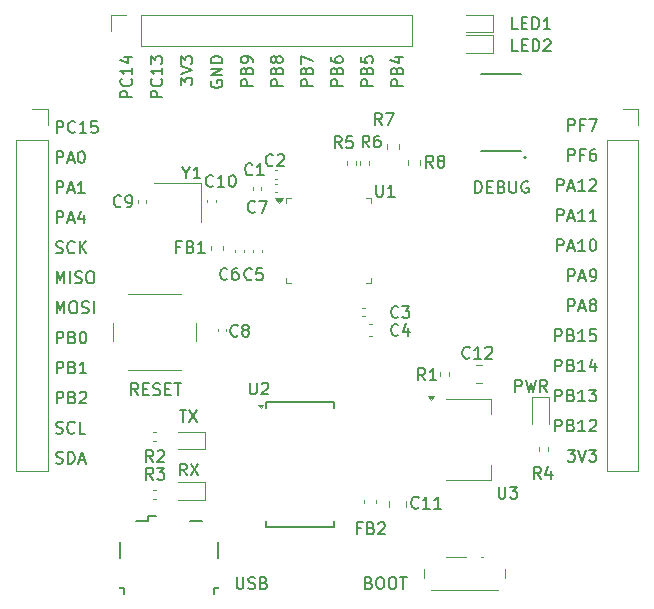
<source format=gbr>
%TF.GenerationSoftware,KiCad,Pcbnew,8.0.4-8.0.4-0~ubuntu24.04.1*%
%TF.CreationDate,2024-08-08T02:16:28-05:00*%
%TF.ProjectId,anvil,616e7669-6c2e-46b6-9963-61645f706362,rev?*%
%TF.SameCoordinates,Original*%
%TF.FileFunction,Legend,Top*%
%TF.FilePolarity,Positive*%
%FSLAX46Y46*%
G04 Gerber Fmt 4.6, Leading zero omitted, Abs format (unit mm)*
G04 Created by KiCad (PCBNEW 8.0.4-8.0.4-0~ubuntu24.04.1) date 2024-08-08 02:16:28*
%MOMM*%
%LPD*%
G01*
G04 APERTURE LIST*
%ADD10C,0.160000*%
%ADD11C,0.120000*%
%ADD12C,0.150000*%
%ADD13C,0.200000*%
G04 APERTURE END LIST*
D10*
X142893358Y-107594299D02*
X142893358Y-106594299D01*
X142893358Y-106594299D02*
X143274310Y-106594299D01*
X143274310Y-106594299D02*
X143369548Y-106641918D01*
X143369548Y-106641918D02*
X143417167Y-106689537D01*
X143417167Y-106689537D02*
X143464786Y-106784775D01*
X143464786Y-106784775D02*
X143464786Y-106927632D01*
X143464786Y-106927632D02*
X143417167Y-107022870D01*
X143417167Y-107022870D02*
X143369548Y-107070489D01*
X143369548Y-107070489D02*
X143274310Y-107118108D01*
X143274310Y-107118108D02*
X142893358Y-107118108D01*
X143798120Y-106594299D02*
X144036215Y-107594299D01*
X144036215Y-107594299D02*
X144226691Y-106880013D01*
X144226691Y-106880013D02*
X144417167Y-107594299D01*
X144417167Y-107594299D02*
X144655263Y-106594299D01*
X145607643Y-107594299D02*
X145274310Y-107118108D01*
X145036215Y-107594299D02*
X145036215Y-106594299D01*
X145036215Y-106594299D02*
X145417167Y-106594299D01*
X145417167Y-106594299D02*
X145512405Y-106641918D01*
X145512405Y-106641918D02*
X145560024Y-106689537D01*
X145560024Y-106689537D02*
X145607643Y-106784775D01*
X145607643Y-106784775D02*
X145607643Y-106927632D01*
X145607643Y-106927632D02*
X145560024Y-107022870D01*
X145560024Y-107022870D02*
X145512405Y-107070489D01*
X145512405Y-107070489D02*
X145417167Y-107118108D01*
X145417167Y-107118108D02*
X145036215Y-107118108D01*
X115095739Y-114669299D02*
X114762406Y-114193108D01*
X114524311Y-114669299D02*
X114524311Y-113669299D01*
X114524311Y-113669299D02*
X114905263Y-113669299D01*
X114905263Y-113669299D02*
X115000501Y-113716918D01*
X115000501Y-113716918D02*
X115048120Y-113764537D01*
X115048120Y-113764537D02*
X115095739Y-113859775D01*
X115095739Y-113859775D02*
X115095739Y-114002632D01*
X115095739Y-114002632D02*
X115048120Y-114097870D01*
X115048120Y-114097870D02*
X115000501Y-114145489D01*
X115000501Y-114145489D02*
X114905263Y-114193108D01*
X114905263Y-114193108D02*
X114524311Y-114193108D01*
X115429073Y-113669299D02*
X116095739Y-114669299D01*
X116095739Y-113669299D02*
X115429073Y-114669299D01*
X114500501Y-109119299D02*
X115071929Y-109119299D01*
X114786215Y-110119299D02*
X114786215Y-109119299D01*
X115310025Y-109119299D02*
X115976691Y-110119299D01*
X115976691Y-109119299D02*
X115310025Y-110119299D01*
X139518358Y-90744299D02*
X139518358Y-89744299D01*
X139518358Y-89744299D02*
X139756453Y-89744299D01*
X139756453Y-89744299D02*
X139899310Y-89791918D01*
X139899310Y-89791918D02*
X139994548Y-89887156D01*
X139994548Y-89887156D02*
X140042167Y-89982394D01*
X140042167Y-89982394D02*
X140089786Y-90172870D01*
X140089786Y-90172870D02*
X140089786Y-90315727D01*
X140089786Y-90315727D02*
X140042167Y-90506203D01*
X140042167Y-90506203D02*
X139994548Y-90601441D01*
X139994548Y-90601441D02*
X139899310Y-90696680D01*
X139899310Y-90696680D02*
X139756453Y-90744299D01*
X139756453Y-90744299D02*
X139518358Y-90744299D01*
X140518358Y-90220489D02*
X140851691Y-90220489D01*
X140994548Y-90744299D02*
X140518358Y-90744299D01*
X140518358Y-90744299D02*
X140518358Y-89744299D01*
X140518358Y-89744299D02*
X140994548Y-89744299D01*
X141756453Y-90220489D02*
X141899310Y-90268108D01*
X141899310Y-90268108D02*
X141946929Y-90315727D01*
X141946929Y-90315727D02*
X141994548Y-90410965D01*
X141994548Y-90410965D02*
X141994548Y-90553822D01*
X141994548Y-90553822D02*
X141946929Y-90649060D01*
X141946929Y-90649060D02*
X141899310Y-90696680D01*
X141899310Y-90696680D02*
X141804072Y-90744299D01*
X141804072Y-90744299D02*
X141423120Y-90744299D01*
X141423120Y-90744299D02*
X141423120Y-89744299D01*
X141423120Y-89744299D02*
X141756453Y-89744299D01*
X141756453Y-89744299D02*
X141851691Y-89791918D01*
X141851691Y-89791918D02*
X141899310Y-89839537D01*
X141899310Y-89839537D02*
X141946929Y-89934775D01*
X141946929Y-89934775D02*
X141946929Y-90030013D01*
X141946929Y-90030013D02*
X141899310Y-90125251D01*
X141899310Y-90125251D02*
X141851691Y-90172870D01*
X141851691Y-90172870D02*
X141756453Y-90220489D01*
X141756453Y-90220489D02*
X141423120Y-90220489D01*
X142423120Y-89744299D02*
X142423120Y-90553822D01*
X142423120Y-90553822D02*
X142470739Y-90649060D01*
X142470739Y-90649060D02*
X142518358Y-90696680D01*
X142518358Y-90696680D02*
X142613596Y-90744299D01*
X142613596Y-90744299D02*
X142804072Y-90744299D01*
X142804072Y-90744299D02*
X142899310Y-90696680D01*
X142899310Y-90696680D02*
X142946929Y-90649060D01*
X142946929Y-90649060D02*
X142994548Y-90553822D01*
X142994548Y-90553822D02*
X142994548Y-89744299D01*
X143994548Y-89791918D02*
X143899310Y-89744299D01*
X143899310Y-89744299D02*
X143756453Y-89744299D01*
X143756453Y-89744299D02*
X143613596Y-89791918D01*
X143613596Y-89791918D02*
X143518358Y-89887156D01*
X143518358Y-89887156D02*
X143470739Y-89982394D01*
X143470739Y-89982394D02*
X143423120Y-90172870D01*
X143423120Y-90172870D02*
X143423120Y-90315727D01*
X143423120Y-90315727D02*
X143470739Y-90506203D01*
X143470739Y-90506203D02*
X143518358Y-90601441D01*
X143518358Y-90601441D02*
X143613596Y-90696680D01*
X143613596Y-90696680D02*
X143756453Y-90744299D01*
X143756453Y-90744299D02*
X143851691Y-90744299D01*
X143851691Y-90744299D02*
X143994548Y-90696680D01*
X143994548Y-90696680D02*
X144042167Y-90649060D01*
X144042167Y-90649060D02*
X144042167Y-90315727D01*
X144042167Y-90315727D02*
X143851691Y-90315727D01*
X130526691Y-123745489D02*
X130669548Y-123793108D01*
X130669548Y-123793108D02*
X130717167Y-123840727D01*
X130717167Y-123840727D02*
X130764786Y-123935965D01*
X130764786Y-123935965D02*
X130764786Y-124078822D01*
X130764786Y-124078822D02*
X130717167Y-124174060D01*
X130717167Y-124174060D02*
X130669548Y-124221680D01*
X130669548Y-124221680D02*
X130574310Y-124269299D01*
X130574310Y-124269299D02*
X130193358Y-124269299D01*
X130193358Y-124269299D02*
X130193358Y-123269299D01*
X130193358Y-123269299D02*
X130526691Y-123269299D01*
X130526691Y-123269299D02*
X130621929Y-123316918D01*
X130621929Y-123316918D02*
X130669548Y-123364537D01*
X130669548Y-123364537D02*
X130717167Y-123459775D01*
X130717167Y-123459775D02*
X130717167Y-123555013D01*
X130717167Y-123555013D02*
X130669548Y-123650251D01*
X130669548Y-123650251D02*
X130621929Y-123697870D01*
X130621929Y-123697870D02*
X130526691Y-123745489D01*
X130526691Y-123745489D02*
X130193358Y-123745489D01*
X131383834Y-123269299D02*
X131574310Y-123269299D01*
X131574310Y-123269299D02*
X131669548Y-123316918D01*
X131669548Y-123316918D02*
X131764786Y-123412156D01*
X131764786Y-123412156D02*
X131812405Y-123602632D01*
X131812405Y-123602632D02*
X131812405Y-123935965D01*
X131812405Y-123935965D02*
X131764786Y-124126441D01*
X131764786Y-124126441D02*
X131669548Y-124221680D01*
X131669548Y-124221680D02*
X131574310Y-124269299D01*
X131574310Y-124269299D02*
X131383834Y-124269299D01*
X131383834Y-124269299D02*
X131288596Y-124221680D01*
X131288596Y-124221680D02*
X131193358Y-124126441D01*
X131193358Y-124126441D02*
X131145739Y-123935965D01*
X131145739Y-123935965D02*
X131145739Y-123602632D01*
X131145739Y-123602632D02*
X131193358Y-123412156D01*
X131193358Y-123412156D02*
X131288596Y-123316918D01*
X131288596Y-123316918D02*
X131383834Y-123269299D01*
X132431453Y-123269299D02*
X132621929Y-123269299D01*
X132621929Y-123269299D02*
X132717167Y-123316918D01*
X132717167Y-123316918D02*
X132812405Y-123412156D01*
X132812405Y-123412156D02*
X132860024Y-123602632D01*
X132860024Y-123602632D02*
X132860024Y-123935965D01*
X132860024Y-123935965D02*
X132812405Y-124126441D01*
X132812405Y-124126441D02*
X132717167Y-124221680D01*
X132717167Y-124221680D02*
X132621929Y-124269299D01*
X132621929Y-124269299D02*
X132431453Y-124269299D01*
X132431453Y-124269299D02*
X132336215Y-124221680D01*
X132336215Y-124221680D02*
X132240977Y-124126441D01*
X132240977Y-124126441D02*
X132193358Y-123935965D01*
X132193358Y-123935965D02*
X132193358Y-123602632D01*
X132193358Y-123602632D02*
X132240977Y-123412156D01*
X132240977Y-123412156D02*
X132336215Y-123316918D01*
X132336215Y-123316918D02*
X132431453Y-123269299D01*
X133145739Y-123269299D02*
X133717167Y-123269299D01*
X133431453Y-124269299D02*
X133431453Y-123269299D01*
X146298120Y-105855661D02*
X146298120Y-104855661D01*
X146298120Y-104855661D02*
X146679072Y-104855661D01*
X146679072Y-104855661D02*
X146774310Y-104903280D01*
X146774310Y-104903280D02*
X146821929Y-104950899D01*
X146821929Y-104950899D02*
X146869548Y-105046137D01*
X146869548Y-105046137D02*
X146869548Y-105188994D01*
X146869548Y-105188994D02*
X146821929Y-105284232D01*
X146821929Y-105284232D02*
X146774310Y-105331851D01*
X146774310Y-105331851D02*
X146679072Y-105379470D01*
X146679072Y-105379470D02*
X146298120Y-105379470D01*
X147631453Y-105331851D02*
X147774310Y-105379470D01*
X147774310Y-105379470D02*
X147821929Y-105427089D01*
X147821929Y-105427089D02*
X147869548Y-105522327D01*
X147869548Y-105522327D02*
X147869548Y-105665184D01*
X147869548Y-105665184D02*
X147821929Y-105760422D01*
X147821929Y-105760422D02*
X147774310Y-105808042D01*
X147774310Y-105808042D02*
X147679072Y-105855661D01*
X147679072Y-105855661D02*
X147298120Y-105855661D01*
X147298120Y-105855661D02*
X147298120Y-104855661D01*
X147298120Y-104855661D02*
X147631453Y-104855661D01*
X147631453Y-104855661D02*
X147726691Y-104903280D01*
X147726691Y-104903280D02*
X147774310Y-104950899D01*
X147774310Y-104950899D02*
X147821929Y-105046137D01*
X147821929Y-105046137D02*
X147821929Y-105141375D01*
X147821929Y-105141375D02*
X147774310Y-105236613D01*
X147774310Y-105236613D02*
X147726691Y-105284232D01*
X147726691Y-105284232D02*
X147631453Y-105331851D01*
X147631453Y-105331851D02*
X147298120Y-105331851D01*
X148821929Y-105855661D02*
X148250501Y-105855661D01*
X148536215Y-105855661D02*
X148536215Y-104855661D01*
X148536215Y-104855661D02*
X148440977Y-104998518D01*
X148440977Y-104998518D02*
X148345739Y-105093756D01*
X148345739Y-105093756D02*
X148250501Y-105141375D01*
X149679072Y-105188994D02*
X149679072Y-105855661D01*
X149440977Y-104808042D02*
X149202882Y-105522327D01*
X149202882Y-105522327D02*
X149821929Y-105522327D01*
X104075501Y-108578385D02*
X104075501Y-107578385D01*
X104075501Y-107578385D02*
X104456453Y-107578385D01*
X104456453Y-107578385D02*
X104551691Y-107626004D01*
X104551691Y-107626004D02*
X104599310Y-107673623D01*
X104599310Y-107673623D02*
X104646929Y-107768861D01*
X104646929Y-107768861D02*
X104646929Y-107911718D01*
X104646929Y-107911718D02*
X104599310Y-108006956D01*
X104599310Y-108006956D02*
X104551691Y-108054575D01*
X104551691Y-108054575D02*
X104456453Y-108102194D01*
X104456453Y-108102194D02*
X104075501Y-108102194D01*
X105408834Y-108054575D02*
X105551691Y-108102194D01*
X105551691Y-108102194D02*
X105599310Y-108149813D01*
X105599310Y-108149813D02*
X105646929Y-108245051D01*
X105646929Y-108245051D02*
X105646929Y-108387908D01*
X105646929Y-108387908D02*
X105599310Y-108483146D01*
X105599310Y-108483146D02*
X105551691Y-108530766D01*
X105551691Y-108530766D02*
X105456453Y-108578385D01*
X105456453Y-108578385D02*
X105075501Y-108578385D01*
X105075501Y-108578385D02*
X105075501Y-107578385D01*
X105075501Y-107578385D02*
X105408834Y-107578385D01*
X105408834Y-107578385D02*
X105504072Y-107626004D01*
X105504072Y-107626004D02*
X105551691Y-107673623D01*
X105551691Y-107673623D02*
X105599310Y-107768861D01*
X105599310Y-107768861D02*
X105599310Y-107864099D01*
X105599310Y-107864099D02*
X105551691Y-107959337D01*
X105551691Y-107959337D02*
X105504072Y-108006956D01*
X105504072Y-108006956D02*
X105408834Y-108054575D01*
X105408834Y-108054575D02*
X105075501Y-108054575D01*
X106027882Y-107673623D02*
X106075501Y-107626004D01*
X106075501Y-107626004D02*
X106170739Y-107578385D01*
X106170739Y-107578385D02*
X106408834Y-107578385D01*
X106408834Y-107578385D02*
X106504072Y-107626004D01*
X106504072Y-107626004D02*
X106551691Y-107673623D01*
X106551691Y-107673623D02*
X106599310Y-107768861D01*
X106599310Y-107768861D02*
X106599310Y-107864099D01*
X106599310Y-107864099D02*
X106551691Y-108006956D01*
X106551691Y-108006956D02*
X105980263Y-108578385D01*
X105980263Y-108578385D02*
X106599310Y-108578385D01*
X123214753Y-81706641D02*
X122214753Y-81706641D01*
X122214753Y-81706641D02*
X122214753Y-81325689D01*
X122214753Y-81325689D02*
X122262372Y-81230451D01*
X122262372Y-81230451D02*
X122309991Y-81182832D01*
X122309991Y-81182832D02*
X122405229Y-81135213D01*
X122405229Y-81135213D02*
X122548086Y-81135213D01*
X122548086Y-81135213D02*
X122643324Y-81182832D01*
X122643324Y-81182832D02*
X122690943Y-81230451D01*
X122690943Y-81230451D02*
X122738562Y-81325689D01*
X122738562Y-81325689D02*
X122738562Y-81706641D01*
X122690943Y-80373308D02*
X122738562Y-80230451D01*
X122738562Y-80230451D02*
X122786181Y-80182832D01*
X122786181Y-80182832D02*
X122881419Y-80135213D01*
X122881419Y-80135213D02*
X123024276Y-80135213D01*
X123024276Y-80135213D02*
X123119514Y-80182832D01*
X123119514Y-80182832D02*
X123167134Y-80230451D01*
X123167134Y-80230451D02*
X123214753Y-80325689D01*
X123214753Y-80325689D02*
X123214753Y-80706641D01*
X123214753Y-80706641D02*
X122214753Y-80706641D01*
X122214753Y-80706641D02*
X122214753Y-80373308D01*
X122214753Y-80373308D02*
X122262372Y-80278070D01*
X122262372Y-80278070D02*
X122309991Y-80230451D01*
X122309991Y-80230451D02*
X122405229Y-80182832D01*
X122405229Y-80182832D02*
X122500467Y-80182832D01*
X122500467Y-80182832D02*
X122595705Y-80230451D01*
X122595705Y-80230451D02*
X122643324Y-80278070D01*
X122643324Y-80278070D02*
X122690943Y-80373308D01*
X122690943Y-80373308D02*
X122690943Y-80706641D01*
X122643324Y-79563784D02*
X122595705Y-79659022D01*
X122595705Y-79659022D02*
X122548086Y-79706641D01*
X122548086Y-79706641D02*
X122452848Y-79754260D01*
X122452848Y-79754260D02*
X122405229Y-79754260D01*
X122405229Y-79754260D02*
X122309991Y-79706641D01*
X122309991Y-79706641D02*
X122262372Y-79659022D01*
X122262372Y-79659022D02*
X122214753Y-79563784D01*
X122214753Y-79563784D02*
X122214753Y-79373308D01*
X122214753Y-79373308D02*
X122262372Y-79278070D01*
X122262372Y-79278070D02*
X122309991Y-79230451D01*
X122309991Y-79230451D02*
X122405229Y-79182832D01*
X122405229Y-79182832D02*
X122452848Y-79182832D01*
X122452848Y-79182832D02*
X122548086Y-79230451D01*
X122548086Y-79230451D02*
X122595705Y-79278070D01*
X122595705Y-79278070D02*
X122643324Y-79373308D01*
X122643324Y-79373308D02*
X122643324Y-79563784D01*
X122643324Y-79563784D02*
X122690943Y-79659022D01*
X122690943Y-79659022D02*
X122738562Y-79706641D01*
X122738562Y-79706641D02*
X122833800Y-79754260D01*
X122833800Y-79754260D02*
X123024276Y-79754260D01*
X123024276Y-79754260D02*
X123119514Y-79706641D01*
X123119514Y-79706641D02*
X123167134Y-79659022D01*
X123167134Y-79659022D02*
X123214753Y-79563784D01*
X123214753Y-79563784D02*
X123214753Y-79373308D01*
X123214753Y-79373308D02*
X123167134Y-79278070D01*
X123167134Y-79278070D02*
X123119514Y-79230451D01*
X123119514Y-79230451D02*
X123024276Y-79182832D01*
X123024276Y-79182832D02*
X122833800Y-79182832D01*
X122833800Y-79182832D02*
X122738562Y-79230451D01*
X122738562Y-79230451D02*
X122690943Y-79278070D01*
X122690943Y-79278070D02*
X122643324Y-79373308D01*
X147393358Y-88037483D02*
X147393358Y-87037483D01*
X147393358Y-87037483D02*
X147774310Y-87037483D01*
X147774310Y-87037483D02*
X147869548Y-87085102D01*
X147869548Y-87085102D02*
X147917167Y-87132721D01*
X147917167Y-87132721D02*
X147964786Y-87227959D01*
X147964786Y-87227959D02*
X147964786Y-87370816D01*
X147964786Y-87370816D02*
X147917167Y-87466054D01*
X147917167Y-87466054D02*
X147869548Y-87513673D01*
X147869548Y-87513673D02*
X147774310Y-87561292D01*
X147774310Y-87561292D02*
X147393358Y-87561292D01*
X148726691Y-87513673D02*
X148393358Y-87513673D01*
X148393358Y-88037483D02*
X148393358Y-87037483D01*
X148393358Y-87037483D02*
X148869548Y-87037483D01*
X149679072Y-87037483D02*
X149488596Y-87037483D01*
X149488596Y-87037483D02*
X149393358Y-87085102D01*
X149393358Y-87085102D02*
X149345739Y-87132721D01*
X149345739Y-87132721D02*
X149250501Y-87275578D01*
X149250501Y-87275578D02*
X149202882Y-87466054D01*
X149202882Y-87466054D02*
X149202882Y-87847006D01*
X149202882Y-87847006D02*
X149250501Y-87942244D01*
X149250501Y-87942244D02*
X149298120Y-87989864D01*
X149298120Y-87989864D02*
X149393358Y-88037483D01*
X149393358Y-88037483D02*
X149583834Y-88037483D01*
X149583834Y-88037483D02*
X149679072Y-87989864D01*
X149679072Y-87989864D02*
X149726691Y-87942244D01*
X149726691Y-87942244D02*
X149774310Y-87847006D01*
X149774310Y-87847006D02*
X149774310Y-87608911D01*
X149774310Y-87608911D02*
X149726691Y-87513673D01*
X149726691Y-87513673D02*
X149679072Y-87466054D01*
X149679072Y-87466054D02*
X149583834Y-87418435D01*
X149583834Y-87418435D02*
X149393358Y-87418435D01*
X149393358Y-87418435D02*
X149298120Y-87466054D01*
X149298120Y-87466054D02*
X149250501Y-87513673D01*
X149250501Y-87513673D02*
X149202882Y-87608911D01*
X147345739Y-112492029D02*
X147964786Y-112492029D01*
X147964786Y-112492029D02*
X147631453Y-112872981D01*
X147631453Y-112872981D02*
X147774310Y-112872981D01*
X147774310Y-112872981D02*
X147869548Y-112920600D01*
X147869548Y-112920600D02*
X147917167Y-112968219D01*
X147917167Y-112968219D02*
X147964786Y-113063457D01*
X147964786Y-113063457D02*
X147964786Y-113301552D01*
X147964786Y-113301552D02*
X147917167Y-113396790D01*
X147917167Y-113396790D02*
X147869548Y-113444410D01*
X147869548Y-113444410D02*
X147774310Y-113492029D01*
X147774310Y-113492029D02*
X147488596Y-113492029D01*
X147488596Y-113492029D02*
X147393358Y-113444410D01*
X147393358Y-113444410D02*
X147345739Y-113396790D01*
X148250501Y-112492029D02*
X148583834Y-113492029D01*
X148583834Y-113492029D02*
X148917167Y-112492029D01*
X149155263Y-112492029D02*
X149774310Y-112492029D01*
X149774310Y-112492029D02*
X149440977Y-112872981D01*
X149440977Y-112872981D02*
X149583834Y-112872981D01*
X149583834Y-112872981D02*
X149679072Y-112920600D01*
X149679072Y-112920600D02*
X149726691Y-112968219D01*
X149726691Y-112968219D02*
X149774310Y-113063457D01*
X149774310Y-113063457D02*
X149774310Y-113301552D01*
X149774310Y-113301552D02*
X149726691Y-113396790D01*
X149726691Y-113396790D02*
X149679072Y-113444410D01*
X149679072Y-113444410D02*
X149583834Y-113492029D01*
X149583834Y-113492029D02*
X149298120Y-113492029D01*
X149298120Y-113492029D02*
X149202882Y-113444410D01*
X149202882Y-113444410D02*
X149155263Y-113396790D01*
X120669299Y-81706641D02*
X119669299Y-81706641D01*
X119669299Y-81706641D02*
X119669299Y-81325689D01*
X119669299Y-81325689D02*
X119716918Y-81230451D01*
X119716918Y-81230451D02*
X119764537Y-81182832D01*
X119764537Y-81182832D02*
X119859775Y-81135213D01*
X119859775Y-81135213D02*
X120002632Y-81135213D01*
X120002632Y-81135213D02*
X120097870Y-81182832D01*
X120097870Y-81182832D02*
X120145489Y-81230451D01*
X120145489Y-81230451D02*
X120193108Y-81325689D01*
X120193108Y-81325689D02*
X120193108Y-81706641D01*
X120145489Y-80373308D02*
X120193108Y-80230451D01*
X120193108Y-80230451D02*
X120240727Y-80182832D01*
X120240727Y-80182832D02*
X120335965Y-80135213D01*
X120335965Y-80135213D02*
X120478822Y-80135213D01*
X120478822Y-80135213D02*
X120574060Y-80182832D01*
X120574060Y-80182832D02*
X120621680Y-80230451D01*
X120621680Y-80230451D02*
X120669299Y-80325689D01*
X120669299Y-80325689D02*
X120669299Y-80706641D01*
X120669299Y-80706641D02*
X119669299Y-80706641D01*
X119669299Y-80706641D02*
X119669299Y-80373308D01*
X119669299Y-80373308D02*
X119716918Y-80278070D01*
X119716918Y-80278070D02*
X119764537Y-80230451D01*
X119764537Y-80230451D02*
X119859775Y-80182832D01*
X119859775Y-80182832D02*
X119955013Y-80182832D01*
X119955013Y-80182832D02*
X120050251Y-80230451D01*
X120050251Y-80230451D02*
X120097870Y-80278070D01*
X120097870Y-80278070D02*
X120145489Y-80373308D01*
X120145489Y-80373308D02*
X120145489Y-80706641D01*
X120669299Y-79659022D02*
X120669299Y-79468546D01*
X120669299Y-79468546D02*
X120621680Y-79373308D01*
X120621680Y-79373308D02*
X120574060Y-79325689D01*
X120574060Y-79325689D02*
X120431203Y-79230451D01*
X120431203Y-79230451D02*
X120240727Y-79182832D01*
X120240727Y-79182832D02*
X119859775Y-79182832D01*
X119859775Y-79182832D02*
X119764537Y-79230451D01*
X119764537Y-79230451D02*
X119716918Y-79278070D01*
X119716918Y-79278070D02*
X119669299Y-79373308D01*
X119669299Y-79373308D02*
X119669299Y-79563784D01*
X119669299Y-79563784D02*
X119716918Y-79659022D01*
X119716918Y-79659022D02*
X119764537Y-79706641D01*
X119764537Y-79706641D02*
X119859775Y-79754260D01*
X119859775Y-79754260D02*
X120097870Y-79754260D01*
X120097870Y-79754260D02*
X120193108Y-79706641D01*
X120193108Y-79706641D02*
X120240727Y-79659022D01*
X120240727Y-79659022D02*
X120288346Y-79563784D01*
X120288346Y-79563784D02*
X120288346Y-79373308D01*
X120288346Y-79373308D02*
X120240727Y-79278070D01*
X120240727Y-79278070D02*
X120193108Y-79230451D01*
X120193108Y-79230451D02*
X120097870Y-79182832D01*
X147393358Y-85492029D02*
X147393358Y-84492029D01*
X147393358Y-84492029D02*
X147774310Y-84492029D01*
X147774310Y-84492029D02*
X147869548Y-84539648D01*
X147869548Y-84539648D02*
X147917167Y-84587267D01*
X147917167Y-84587267D02*
X147964786Y-84682505D01*
X147964786Y-84682505D02*
X147964786Y-84825362D01*
X147964786Y-84825362D02*
X147917167Y-84920600D01*
X147917167Y-84920600D02*
X147869548Y-84968219D01*
X147869548Y-84968219D02*
X147774310Y-85015838D01*
X147774310Y-85015838D02*
X147393358Y-85015838D01*
X148726691Y-84968219D02*
X148393358Y-84968219D01*
X148393358Y-85492029D02*
X148393358Y-84492029D01*
X148393358Y-84492029D02*
X148869548Y-84492029D01*
X149155263Y-84492029D02*
X149821929Y-84492029D01*
X149821929Y-84492029D02*
X149393358Y-85492029D01*
X104075501Y-90760207D02*
X104075501Y-89760207D01*
X104075501Y-89760207D02*
X104456453Y-89760207D01*
X104456453Y-89760207D02*
X104551691Y-89807826D01*
X104551691Y-89807826D02*
X104599310Y-89855445D01*
X104599310Y-89855445D02*
X104646929Y-89950683D01*
X104646929Y-89950683D02*
X104646929Y-90093540D01*
X104646929Y-90093540D02*
X104599310Y-90188778D01*
X104599310Y-90188778D02*
X104551691Y-90236397D01*
X104551691Y-90236397D02*
X104456453Y-90284016D01*
X104456453Y-90284016D02*
X104075501Y-90284016D01*
X105027882Y-90474492D02*
X105504072Y-90474492D01*
X104932644Y-90760207D02*
X105265977Y-89760207D01*
X105265977Y-89760207D02*
X105599310Y-90760207D01*
X106456453Y-90760207D02*
X105885025Y-90760207D01*
X106170739Y-90760207D02*
X106170739Y-89760207D01*
X106170739Y-89760207D02*
X106075501Y-89903064D01*
X106075501Y-89903064D02*
X105980263Y-89998302D01*
X105980263Y-89998302D02*
X105885025Y-90045921D01*
X104075501Y-85669299D02*
X104075501Y-84669299D01*
X104075501Y-84669299D02*
X104456453Y-84669299D01*
X104456453Y-84669299D02*
X104551691Y-84716918D01*
X104551691Y-84716918D02*
X104599310Y-84764537D01*
X104599310Y-84764537D02*
X104646929Y-84859775D01*
X104646929Y-84859775D02*
X104646929Y-85002632D01*
X104646929Y-85002632D02*
X104599310Y-85097870D01*
X104599310Y-85097870D02*
X104551691Y-85145489D01*
X104551691Y-85145489D02*
X104456453Y-85193108D01*
X104456453Y-85193108D02*
X104075501Y-85193108D01*
X105646929Y-85574060D02*
X105599310Y-85621680D01*
X105599310Y-85621680D02*
X105456453Y-85669299D01*
X105456453Y-85669299D02*
X105361215Y-85669299D01*
X105361215Y-85669299D02*
X105218358Y-85621680D01*
X105218358Y-85621680D02*
X105123120Y-85526441D01*
X105123120Y-85526441D02*
X105075501Y-85431203D01*
X105075501Y-85431203D02*
X105027882Y-85240727D01*
X105027882Y-85240727D02*
X105027882Y-85097870D01*
X105027882Y-85097870D02*
X105075501Y-84907394D01*
X105075501Y-84907394D02*
X105123120Y-84812156D01*
X105123120Y-84812156D02*
X105218358Y-84716918D01*
X105218358Y-84716918D02*
X105361215Y-84669299D01*
X105361215Y-84669299D02*
X105456453Y-84669299D01*
X105456453Y-84669299D02*
X105599310Y-84716918D01*
X105599310Y-84716918D02*
X105646929Y-84764537D01*
X106599310Y-85669299D02*
X106027882Y-85669299D01*
X106313596Y-85669299D02*
X106313596Y-84669299D01*
X106313596Y-84669299D02*
X106218358Y-84812156D01*
X106218358Y-84812156D02*
X106123120Y-84907394D01*
X106123120Y-84907394D02*
X106027882Y-84955013D01*
X107504072Y-84669299D02*
X107027882Y-84669299D01*
X107027882Y-84669299D02*
X106980263Y-85145489D01*
X106980263Y-85145489D02*
X107027882Y-85097870D01*
X107027882Y-85097870D02*
X107123120Y-85050251D01*
X107123120Y-85050251D02*
X107361215Y-85050251D01*
X107361215Y-85050251D02*
X107456453Y-85097870D01*
X107456453Y-85097870D02*
X107504072Y-85145489D01*
X107504072Y-85145489D02*
X107551691Y-85240727D01*
X107551691Y-85240727D02*
X107551691Y-85478822D01*
X107551691Y-85478822D02*
X107504072Y-85574060D01*
X107504072Y-85574060D02*
X107456453Y-85621680D01*
X107456453Y-85621680D02*
X107361215Y-85669299D01*
X107361215Y-85669299D02*
X107123120Y-85669299D01*
X107123120Y-85669299D02*
X107027882Y-85621680D01*
X107027882Y-85621680D02*
X106980263Y-85574060D01*
X146298120Y-110946569D02*
X146298120Y-109946569D01*
X146298120Y-109946569D02*
X146679072Y-109946569D01*
X146679072Y-109946569D02*
X146774310Y-109994188D01*
X146774310Y-109994188D02*
X146821929Y-110041807D01*
X146821929Y-110041807D02*
X146869548Y-110137045D01*
X146869548Y-110137045D02*
X146869548Y-110279902D01*
X146869548Y-110279902D02*
X146821929Y-110375140D01*
X146821929Y-110375140D02*
X146774310Y-110422759D01*
X146774310Y-110422759D02*
X146679072Y-110470378D01*
X146679072Y-110470378D02*
X146298120Y-110470378D01*
X147631453Y-110422759D02*
X147774310Y-110470378D01*
X147774310Y-110470378D02*
X147821929Y-110517997D01*
X147821929Y-110517997D02*
X147869548Y-110613235D01*
X147869548Y-110613235D02*
X147869548Y-110756092D01*
X147869548Y-110756092D02*
X147821929Y-110851330D01*
X147821929Y-110851330D02*
X147774310Y-110898950D01*
X147774310Y-110898950D02*
X147679072Y-110946569D01*
X147679072Y-110946569D02*
X147298120Y-110946569D01*
X147298120Y-110946569D02*
X147298120Y-109946569D01*
X147298120Y-109946569D02*
X147631453Y-109946569D01*
X147631453Y-109946569D02*
X147726691Y-109994188D01*
X147726691Y-109994188D02*
X147774310Y-110041807D01*
X147774310Y-110041807D02*
X147821929Y-110137045D01*
X147821929Y-110137045D02*
X147821929Y-110232283D01*
X147821929Y-110232283D02*
X147774310Y-110327521D01*
X147774310Y-110327521D02*
X147726691Y-110375140D01*
X147726691Y-110375140D02*
X147631453Y-110422759D01*
X147631453Y-110422759D02*
X147298120Y-110422759D01*
X148821929Y-110946569D02*
X148250501Y-110946569D01*
X148536215Y-110946569D02*
X148536215Y-109946569D01*
X148536215Y-109946569D02*
X148440977Y-110089426D01*
X148440977Y-110089426D02*
X148345739Y-110184664D01*
X148345739Y-110184664D02*
X148250501Y-110232283D01*
X149202882Y-110041807D02*
X149250501Y-109994188D01*
X149250501Y-109994188D02*
X149345739Y-109946569D01*
X149345739Y-109946569D02*
X149583834Y-109946569D01*
X149583834Y-109946569D02*
X149679072Y-109994188D01*
X149679072Y-109994188D02*
X149726691Y-110041807D01*
X149726691Y-110041807D02*
X149774310Y-110137045D01*
X149774310Y-110137045D02*
X149774310Y-110232283D01*
X149774310Y-110232283D02*
X149726691Y-110375140D01*
X149726691Y-110375140D02*
X149155263Y-110946569D01*
X149155263Y-110946569D02*
X149774310Y-110946569D01*
X104075501Y-98396569D02*
X104075501Y-97396569D01*
X104075501Y-97396569D02*
X104408834Y-98110854D01*
X104408834Y-98110854D02*
X104742167Y-97396569D01*
X104742167Y-97396569D02*
X104742167Y-98396569D01*
X105218358Y-98396569D02*
X105218358Y-97396569D01*
X105646929Y-98348950D02*
X105789786Y-98396569D01*
X105789786Y-98396569D02*
X106027881Y-98396569D01*
X106027881Y-98396569D02*
X106123119Y-98348950D01*
X106123119Y-98348950D02*
X106170738Y-98301330D01*
X106170738Y-98301330D02*
X106218357Y-98206092D01*
X106218357Y-98206092D02*
X106218357Y-98110854D01*
X106218357Y-98110854D02*
X106170738Y-98015616D01*
X106170738Y-98015616D02*
X106123119Y-97967997D01*
X106123119Y-97967997D02*
X106027881Y-97920378D01*
X106027881Y-97920378D02*
X105837405Y-97872759D01*
X105837405Y-97872759D02*
X105742167Y-97825140D01*
X105742167Y-97825140D02*
X105694548Y-97777521D01*
X105694548Y-97777521D02*
X105646929Y-97682283D01*
X105646929Y-97682283D02*
X105646929Y-97587045D01*
X105646929Y-97587045D02*
X105694548Y-97491807D01*
X105694548Y-97491807D02*
X105742167Y-97444188D01*
X105742167Y-97444188D02*
X105837405Y-97396569D01*
X105837405Y-97396569D02*
X106075500Y-97396569D01*
X106075500Y-97396569D02*
X106218357Y-97444188D01*
X106837405Y-97396569D02*
X107027881Y-97396569D01*
X107027881Y-97396569D02*
X107123119Y-97444188D01*
X107123119Y-97444188D02*
X107218357Y-97539426D01*
X107218357Y-97539426D02*
X107265976Y-97729902D01*
X107265976Y-97729902D02*
X107265976Y-98063235D01*
X107265976Y-98063235D02*
X107218357Y-98253711D01*
X107218357Y-98253711D02*
X107123119Y-98348950D01*
X107123119Y-98348950D02*
X107027881Y-98396569D01*
X107027881Y-98396569D02*
X106837405Y-98396569D01*
X106837405Y-98396569D02*
X106742167Y-98348950D01*
X106742167Y-98348950D02*
X106646929Y-98253711D01*
X106646929Y-98253711D02*
X106599310Y-98063235D01*
X106599310Y-98063235D02*
X106599310Y-97729902D01*
X106599310Y-97729902D02*
X106646929Y-97539426D01*
X106646929Y-97539426D02*
X106742167Y-97444188D01*
X106742167Y-97444188D02*
X106837405Y-97396569D01*
X128305661Y-81706641D02*
X127305661Y-81706641D01*
X127305661Y-81706641D02*
X127305661Y-81325689D01*
X127305661Y-81325689D02*
X127353280Y-81230451D01*
X127353280Y-81230451D02*
X127400899Y-81182832D01*
X127400899Y-81182832D02*
X127496137Y-81135213D01*
X127496137Y-81135213D02*
X127638994Y-81135213D01*
X127638994Y-81135213D02*
X127734232Y-81182832D01*
X127734232Y-81182832D02*
X127781851Y-81230451D01*
X127781851Y-81230451D02*
X127829470Y-81325689D01*
X127829470Y-81325689D02*
X127829470Y-81706641D01*
X127781851Y-80373308D02*
X127829470Y-80230451D01*
X127829470Y-80230451D02*
X127877089Y-80182832D01*
X127877089Y-80182832D02*
X127972327Y-80135213D01*
X127972327Y-80135213D02*
X128115184Y-80135213D01*
X128115184Y-80135213D02*
X128210422Y-80182832D01*
X128210422Y-80182832D02*
X128258042Y-80230451D01*
X128258042Y-80230451D02*
X128305661Y-80325689D01*
X128305661Y-80325689D02*
X128305661Y-80706641D01*
X128305661Y-80706641D02*
X127305661Y-80706641D01*
X127305661Y-80706641D02*
X127305661Y-80373308D01*
X127305661Y-80373308D02*
X127353280Y-80278070D01*
X127353280Y-80278070D02*
X127400899Y-80230451D01*
X127400899Y-80230451D02*
X127496137Y-80182832D01*
X127496137Y-80182832D02*
X127591375Y-80182832D01*
X127591375Y-80182832D02*
X127686613Y-80230451D01*
X127686613Y-80230451D02*
X127734232Y-80278070D01*
X127734232Y-80278070D02*
X127781851Y-80373308D01*
X127781851Y-80373308D02*
X127781851Y-80706641D01*
X127305661Y-79278070D02*
X127305661Y-79468546D01*
X127305661Y-79468546D02*
X127353280Y-79563784D01*
X127353280Y-79563784D02*
X127400899Y-79611403D01*
X127400899Y-79611403D02*
X127543756Y-79706641D01*
X127543756Y-79706641D02*
X127734232Y-79754260D01*
X127734232Y-79754260D02*
X128115184Y-79754260D01*
X128115184Y-79754260D02*
X128210422Y-79706641D01*
X128210422Y-79706641D02*
X128258042Y-79659022D01*
X128258042Y-79659022D02*
X128305661Y-79563784D01*
X128305661Y-79563784D02*
X128305661Y-79373308D01*
X128305661Y-79373308D02*
X128258042Y-79278070D01*
X128258042Y-79278070D02*
X128210422Y-79230451D01*
X128210422Y-79230451D02*
X128115184Y-79182832D01*
X128115184Y-79182832D02*
X127877089Y-79182832D01*
X127877089Y-79182832D02*
X127781851Y-79230451D01*
X127781851Y-79230451D02*
X127734232Y-79278070D01*
X127734232Y-79278070D02*
X127686613Y-79373308D01*
X127686613Y-79373308D02*
X127686613Y-79563784D01*
X127686613Y-79563784D02*
X127734232Y-79659022D01*
X127734232Y-79659022D02*
X127781851Y-79706641D01*
X127781851Y-79706641D02*
X127877089Y-79754260D01*
X104027882Y-95803496D02*
X104170739Y-95851115D01*
X104170739Y-95851115D02*
X104408834Y-95851115D01*
X104408834Y-95851115D02*
X104504072Y-95803496D01*
X104504072Y-95803496D02*
X104551691Y-95755876D01*
X104551691Y-95755876D02*
X104599310Y-95660638D01*
X104599310Y-95660638D02*
X104599310Y-95565400D01*
X104599310Y-95565400D02*
X104551691Y-95470162D01*
X104551691Y-95470162D02*
X104504072Y-95422543D01*
X104504072Y-95422543D02*
X104408834Y-95374924D01*
X104408834Y-95374924D02*
X104218358Y-95327305D01*
X104218358Y-95327305D02*
X104123120Y-95279686D01*
X104123120Y-95279686D02*
X104075501Y-95232067D01*
X104075501Y-95232067D02*
X104027882Y-95136829D01*
X104027882Y-95136829D02*
X104027882Y-95041591D01*
X104027882Y-95041591D02*
X104075501Y-94946353D01*
X104075501Y-94946353D02*
X104123120Y-94898734D01*
X104123120Y-94898734D02*
X104218358Y-94851115D01*
X104218358Y-94851115D02*
X104456453Y-94851115D01*
X104456453Y-94851115D02*
X104599310Y-94898734D01*
X105599310Y-95755876D02*
X105551691Y-95803496D01*
X105551691Y-95803496D02*
X105408834Y-95851115D01*
X105408834Y-95851115D02*
X105313596Y-95851115D01*
X105313596Y-95851115D02*
X105170739Y-95803496D01*
X105170739Y-95803496D02*
X105075501Y-95708257D01*
X105075501Y-95708257D02*
X105027882Y-95613019D01*
X105027882Y-95613019D02*
X104980263Y-95422543D01*
X104980263Y-95422543D02*
X104980263Y-95279686D01*
X104980263Y-95279686D02*
X105027882Y-95089210D01*
X105027882Y-95089210D02*
X105075501Y-94993972D01*
X105075501Y-94993972D02*
X105170739Y-94898734D01*
X105170739Y-94898734D02*
X105313596Y-94851115D01*
X105313596Y-94851115D02*
X105408834Y-94851115D01*
X105408834Y-94851115D02*
X105551691Y-94898734D01*
X105551691Y-94898734D02*
X105599310Y-94946353D01*
X106027882Y-95851115D02*
X106027882Y-94851115D01*
X106599310Y-95851115D02*
X106170739Y-95279686D01*
X106599310Y-94851115D02*
X106027882Y-95422543D01*
X104075501Y-106032931D02*
X104075501Y-105032931D01*
X104075501Y-105032931D02*
X104456453Y-105032931D01*
X104456453Y-105032931D02*
X104551691Y-105080550D01*
X104551691Y-105080550D02*
X104599310Y-105128169D01*
X104599310Y-105128169D02*
X104646929Y-105223407D01*
X104646929Y-105223407D02*
X104646929Y-105366264D01*
X104646929Y-105366264D02*
X104599310Y-105461502D01*
X104599310Y-105461502D02*
X104551691Y-105509121D01*
X104551691Y-105509121D02*
X104456453Y-105556740D01*
X104456453Y-105556740D02*
X104075501Y-105556740D01*
X105408834Y-105509121D02*
X105551691Y-105556740D01*
X105551691Y-105556740D02*
X105599310Y-105604359D01*
X105599310Y-105604359D02*
X105646929Y-105699597D01*
X105646929Y-105699597D02*
X105646929Y-105842454D01*
X105646929Y-105842454D02*
X105599310Y-105937692D01*
X105599310Y-105937692D02*
X105551691Y-105985312D01*
X105551691Y-105985312D02*
X105456453Y-106032931D01*
X105456453Y-106032931D02*
X105075501Y-106032931D01*
X105075501Y-106032931D02*
X105075501Y-105032931D01*
X105075501Y-105032931D02*
X105408834Y-105032931D01*
X105408834Y-105032931D02*
X105504072Y-105080550D01*
X105504072Y-105080550D02*
X105551691Y-105128169D01*
X105551691Y-105128169D02*
X105599310Y-105223407D01*
X105599310Y-105223407D02*
X105599310Y-105318645D01*
X105599310Y-105318645D02*
X105551691Y-105413883D01*
X105551691Y-105413883D02*
X105504072Y-105461502D01*
X105504072Y-105461502D02*
X105408834Y-105509121D01*
X105408834Y-105509121D02*
X105075501Y-105509121D01*
X106599310Y-106032931D02*
X106027882Y-106032931D01*
X106313596Y-106032931D02*
X106313596Y-105032931D01*
X106313596Y-105032931D02*
X106218358Y-105175788D01*
X106218358Y-105175788D02*
X106123120Y-105271026D01*
X106123120Y-105271026D02*
X106027882Y-105318645D01*
X119318358Y-123269299D02*
X119318358Y-124078822D01*
X119318358Y-124078822D02*
X119365977Y-124174060D01*
X119365977Y-124174060D02*
X119413596Y-124221680D01*
X119413596Y-124221680D02*
X119508834Y-124269299D01*
X119508834Y-124269299D02*
X119699310Y-124269299D01*
X119699310Y-124269299D02*
X119794548Y-124221680D01*
X119794548Y-124221680D02*
X119842167Y-124174060D01*
X119842167Y-124174060D02*
X119889786Y-124078822D01*
X119889786Y-124078822D02*
X119889786Y-123269299D01*
X120318358Y-124221680D02*
X120461215Y-124269299D01*
X120461215Y-124269299D02*
X120699310Y-124269299D01*
X120699310Y-124269299D02*
X120794548Y-124221680D01*
X120794548Y-124221680D02*
X120842167Y-124174060D01*
X120842167Y-124174060D02*
X120889786Y-124078822D01*
X120889786Y-124078822D02*
X120889786Y-123983584D01*
X120889786Y-123983584D02*
X120842167Y-123888346D01*
X120842167Y-123888346D02*
X120794548Y-123840727D01*
X120794548Y-123840727D02*
X120699310Y-123793108D01*
X120699310Y-123793108D02*
X120508834Y-123745489D01*
X120508834Y-123745489D02*
X120413596Y-123697870D01*
X120413596Y-123697870D02*
X120365977Y-123650251D01*
X120365977Y-123650251D02*
X120318358Y-123555013D01*
X120318358Y-123555013D02*
X120318358Y-123459775D01*
X120318358Y-123459775D02*
X120365977Y-123364537D01*
X120365977Y-123364537D02*
X120413596Y-123316918D01*
X120413596Y-123316918D02*
X120508834Y-123269299D01*
X120508834Y-123269299D02*
X120746929Y-123269299D01*
X120746929Y-123269299D02*
X120889786Y-123316918D01*
X121651691Y-123745489D02*
X121794548Y-123793108D01*
X121794548Y-123793108D02*
X121842167Y-123840727D01*
X121842167Y-123840727D02*
X121889786Y-123935965D01*
X121889786Y-123935965D02*
X121889786Y-124078822D01*
X121889786Y-124078822D02*
X121842167Y-124174060D01*
X121842167Y-124174060D02*
X121794548Y-124221680D01*
X121794548Y-124221680D02*
X121699310Y-124269299D01*
X121699310Y-124269299D02*
X121318358Y-124269299D01*
X121318358Y-124269299D02*
X121318358Y-123269299D01*
X121318358Y-123269299D02*
X121651691Y-123269299D01*
X121651691Y-123269299D02*
X121746929Y-123316918D01*
X121746929Y-123316918D02*
X121794548Y-123364537D01*
X121794548Y-123364537D02*
X121842167Y-123459775D01*
X121842167Y-123459775D02*
X121842167Y-123555013D01*
X121842167Y-123555013D02*
X121794548Y-123650251D01*
X121794548Y-123650251D02*
X121746929Y-123697870D01*
X121746929Y-123697870D02*
X121651691Y-123745489D01*
X121651691Y-123745489D02*
X121318358Y-123745489D01*
X110989786Y-107869299D02*
X110656453Y-107393108D01*
X110418358Y-107869299D02*
X110418358Y-106869299D01*
X110418358Y-106869299D02*
X110799310Y-106869299D01*
X110799310Y-106869299D02*
X110894548Y-106916918D01*
X110894548Y-106916918D02*
X110942167Y-106964537D01*
X110942167Y-106964537D02*
X110989786Y-107059775D01*
X110989786Y-107059775D02*
X110989786Y-107202632D01*
X110989786Y-107202632D02*
X110942167Y-107297870D01*
X110942167Y-107297870D02*
X110894548Y-107345489D01*
X110894548Y-107345489D02*
X110799310Y-107393108D01*
X110799310Y-107393108D02*
X110418358Y-107393108D01*
X111418358Y-107345489D02*
X111751691Y-107345489D01*
X111894548Y-107869299D02*
X111418358Y-107869299D01*
X111418358Y-107869299D02*
X111418358Y-106869299D01*
X111418358Y-106869299D02*
X111894548Y-106869299D01*
X112275501Y-107821680D02*
X112418358Y-107869299D01*
X112418358Y-107869299D02*
X112656453Y-107869299D01*
X112656453Y-107869299D02*
X112751691Y-107821680D01*
X112751691Y-107821680D02*
X112799310Y-107774060D01*
X112799310Y-107774060D02*
X112846929Y-107678822D01*
X112846929Y-107678822D02*
X112846929Y-107583584D01*
X112846929Y-107583584D02*
X112799310Y-107488346D01*
X112799310Y-107488346D02*
X112751691Y-107440727D01*
X112751691Y-107440727D02*
X112656453Y-107393108D01*
X112656453Y-107393108D02*
X112465977Y-107345489D01*
X112465977Y-107345489D02*
X112370739Y-107297870D01*
X112370739Y-107297870D02*
X112323120Y-107250251D01*
X112323120Y-107250251D02*
X112275501Y-107155013D01*
X112275501Y-107155013D02*
X112275501Y-107059775D01*
X112275501Y-107059775D02*
X112323120Y-106964537D01*
X112323120Y-106964537D02*
X112370739Y-106916918D01*
X112370739Y-106916918D02*
X112465977Y-106869299D01*
X112465977Y-106869299D02*
X112704072Y-106869299D01*
X112704072Y-106869299D02*
X112846929Y-106916918D01*
X113275501Y-107345489D02*
X113608834Y-107345489D01*
X113751691Y-107869299D02*
X113275501Y-107869299D01*
X113275501Y-107869299D02*
X113275501Y-106869299D01*
X113275501Y-106869299D02*
X113751691Y-106869299D01*
X114037406Y-106869299D02*
X114608834Y-106869299D01*
X114323120Y-107869299D02*
X114323120Y-106869299D01*
X125760207Y-81706641D02*
X124760207Y-81706641D01*
X124760207Y-81706641D02*
X124760207Y-81325689D01*
X124760207Y-81325689D02*
X124807826Y-81230451D01*
X124807826Y-81230451D02*
X124855445Y-81182832D01*
X124855445Y-81182832D02*
X124950683Y-81135213D01*
X124950683Y-81135213D02*
X125093540Y-81135213D01*
X125093540Y-81135213D02*
X125188778Y-81182832D01*
X125188778Y-81182832D02*
X125236397Y-81230451D01*
X125236397Y-81230451D02*
X125284016Y-81325689D01*
X125284016Y-81325689D02*
X125284016Y-81706641D01*
X125236397Y-80373308D02*
X125284016Y-80230451D01*
X125284016Y-80230451D02*
X125331635Y-80182832D01*
X125331635Y-80182832D02*
X125426873Y-80135213D01*
X125426873Y-80135213D02*
X125569730Y-80135213D01*
X125569730Y-80135213D02*
X125664968Y-80182832D01*
X125664968Y-80182832D02*
X125712588Y-80230451D01*
X125712588Y-80230451D02*
X125760207Y-80325689D01*
X125760207Y-80325689D02*
X125760207Y-80706641D01*
X125760207Y-80706641D02*
X124760207Y-80706641D01*
X124760207Y-80706641D02*
X124760207Y-80373308D01*
X124760207Y-80373308D02*
X124807826Y-80278070D01*
X124807826Y-80278070D02*
X124855445Y-80230451D01*
X124855445Y-80230451D02*
X124950683Y-80182832D01*
X124950683Y-80182832D02*
X125045921Y-80182832D01*
X125045921Y-80182832D02*
X125141159Y-80230451D01*
X125141159Y-80230451D02*
X125188778Y-80278070D01*
X125188778Y-80278070D02*
X125236397Y-80373308D01*
X125236397Y-80373308D02*
X125236397Y-80706641D01*
X124760207Y-79801879D02*
X124760207Y-79135213D01*
X124760207Y-79135213D02*
X125760207Y-79563784D01*
X146440977Y-90582937D02*
X146440977Y-89582937D01*
X146440977Y-89582937D02*
X146821929Y-89582937D01*
X146821929Y-89582937D02*
X146917167Y-89630556D01*
X146917167Y-89630556D02*
X146964786Y-89678175D01*
X146964786Y-89678175D02*
X147012405Y-89773413D01*
X147012405Y-89773413D02*
X147012405Y-89916270D01*
X147012405Y-89916270D02*
X146964786Y-90011508D01*
X146964786Y-90011508D02*
X146917167Y-90059127D01*
X146917167Y-90059127D02*
X146821929Y-90106746D01*
X146821929Y-90106746D02*
X146440977Y-90106746D01*
X147393358Y-90297222D02*
X147869548Y-90297222D01*
X147298120Y-90582937D02*
X147631453Y-89582937D01*
X147631453Y-89582937D02*
X147964786Y-90582937D01*
X148821929Y-90582937D02*
X148250501Y-90582937D01*
X148536215Y-90582937D02*
X148536215Y-89582937D01*
X148536215Y-89582937D02*
X148440977Y-89725794D01*
X148440977Y-89725794D02*
X148345739Y-89821032D01*
X148345739Y-89821032D02*
X148250501Y-89868651D01*
X149202882Y-89678175D02*
X149250501Y-89630556D01*
X149250501Y-89630556D02*
X149345739Y-89582937D01*
X149345739Y-89582937D02*
X149583834Y-89582937D01*
X149583834Y-89582937D02*
X149679072Y-89630556D01*
X149679072Y-89630556D02*
X149726691Y-89678175D01*
X149726691Y-89678175D02*
X149774310Y-89773413D01*
X149774310Y-89773413D02*
X149774310Y-89868651D01*
X149774310Y-89868651D02*
X149726691Y-90011508D01*
X149726691Y-90011508D02*
X149155263Y-90582937D01*
X149155263Y-90582937D02*
X149774310Y-90582937D01*
X104075501Y-103487477D02*
X104075501Y-102487477D01*
X104075501Y-102487477D02*
X104456453Y-102487477D01*
X104456453Y-102487477D02*
X104551691Y-102535096D01*
X104551691Y-102535096D02*
X104599310Y-102582715D01*
X104599310Y-102582715D02*
X104646929Y-102677953D01*
X104646929Y-102677953D02*
X104646929Y-102820810D01*
X104646929Y-102820810D02*
X104599310Y-102916048D01*
X104599310Y-102916048D02*
X104551691Y-102963667D01*
X104551691Y-102963667D02*
X104456453Y-103011286D01*
X104456453Y-103011286D02*
X104075501Y-103011286D01*
X105408834Y-102963667D02*
X105551691Y-103011286D01*
X105551691Y-103011286D02*
X105599310Y-103058905D01*
X105599310Y-103058905D02*
X105646929Y-103154143D01*
X105646929Y-103154143D02*
X105646929Y-103297000D01*
X105646929Y-103297000D02*
X105599310Y-103392238D01*
X105599310Y-103392238D02*
X105551691Y-103439858D01*
X105551691Y-103439858D02*
X105456453Y-103487477D01*
X105456453Y-103487477D02*
X105075501Y-103487477D01*
X105075501Y-103487477D02*
X105075501Y-102487477D01*
X105075501Y-102487477D02*
X105408834Y-102487477D01*
X105408834Y-102487477D02*
X105504072Y-102535096D01*
X105504072Y-102535096D02*
X105551691Y-102582715D01*
X105551691Y-102582715D02*
X105599310Y-102677953D01*
X105599310Y-102677953D02*
X105599310Y-102773191D01*
X105599310Y-102773191D02*
X105551691Y-102868429D01*
X105551691Y-102868429D02*
X105504072Y-102916048D01*
X105504072Y-102916048D02*
X105408834Y-102963667D01*
X105408834Y-102963667D02*
X105075501Y-102963667D01*
X106265977Y-102487477D02*
X106361215Y-102487477D01*
X106361215Y-102487477D02*
X106456453Y-102535096D01*
X106456453Y-102535096D02*
X106504072Y-102582715D01*
X106504072Y-102582715D02*
X106551691Y-102677953D01*
X106551691Y-102677953D02*
X106599310Y-102868429D01*
X106599310Y-102868429D02*
X106599310Y-103106524D01*
X106599310Y-103106524D02*
X106551691Y-103297000D01*
X106551691Y-103297000D02*
X106504072Y-103392238D01*
X106504072Y-103392238D02*
X106456453Y-103439858D01*
X106456453Y-103439858D02*
X106361215Y-103487477D01*
X106361215Y-103487477D02*
X106265977Y-103487477D01*
X106265977Y-103487477D02*
X106170739Y-103439858D01*
X106170739Y-103439858D02*
X106123120Y-103392238D01*
X106123120Y-103392238D02*
X106075501Y-103297000D01*
X106075501Y-103297000D02*
X106027882Y-103106524D01*
X106027882Y-103106524D02*
X106027882Y-102868429D01*
X106027882Y-102868429D02*
X106075501Y-102677953D01*
X106075501Y-102677953D02*
X106123120Y-102582715D01*
X106123120Y-102582715D02*
X106170739Y-102535096D01*
X106170739Y-102535096D02*
X106265977Y-102487477D01*
X104075501Y-93305661D02*
X104075501Y-92305661D01*
X104075501Y-92305661D02*
X104456453Y-92305661D01*
X104456453Y-92305661D02*
X104551691Y-92353280D01*
X104551691Y-92353280D02*
X104599310Y-92400899D01*
X104599310Y-92400899D02*
X104646929Y-92496137D01*
X104646929Y-92496137D02*
X104646929Y-92638994D01*
X104646929Y-92638994D02*
X104599310Y-92734232D01*
X104599310Y-92734232D02*
X104551691Y-92781851D01*
X104551691Y-92781851D02*
X104456453Y-92829470D01*
X104456453Y-92829470D02*
X104075501Y-92829470D01*
X105027882Y-93019946D02*
X105504072Y-93019946D01*
X104932644Y-93305661D02*
X105265977Y-92305661D01*
X105265977Y-92305661D02*
X105599310Y-93305661D01*
X106361215Y-92638994D02*
X106361215Y-93305661D01*
X106123120Y-92258042D02*
X105885025Y-92972327D01*
X105885025Y-92972327D02*
X106504072Y-92972327D01*
X133396575Y-81706641D02*
X132396575Y-81706641D01*
X132396575Y-81706641D02*
X132396575Y-81325689D01*
X132396575Y-81325689D02*
X132444194Y-81230451D01*
X132444194Y-81230451D02*
X132491813Y-81182832D01*
X132491813Y-81182832D02*
X132587051Y-81135213D01*
X132587051Y-81135213D02*
X132729908Y-81135213D01*
X132729908Y-81135213D02*
X132825146Y-81182832D01*
X132825146Y-81182832D02*
X132872765Y-81230451D01*
X132872765Y-81230451D02*
X132920384Y-81325689D01*
X132920384Y-81325689D02*
X132920384Y-81706641D01*
X132872765Y-80373308D02*
X132920384Y-80230451D01*
X132920384Y-80230451D02*
X132968003Y-80182832D01*
X132968003Y-80182832D02*
X133063241Y-80135213D01*
X133063241Y-80135213D02*
X133206098Y-80135213D01*
X133206098Y-80135213D02*
X133301336Y-80182832D01*
X133301336Y-80182832D02*
X133348956Y-80230451D01*
X133348956Y-80230451D02*
X133396575Y-80325689D01*
X133396575Y-80325689D02*
X133396575Y-80706641D01*
X133396575Y-80706641D02*
X132396575Y-80706641D01*
X132396575Y-80706641D02*
X132396575Y-80373308D01*
X132396575Y-80373308D02*
X132444194Y-80278070D01*
X132444194Y-80278070D02*
X132491813Y-80230451D01*
X132491813Y-80230451D02*
X132587051Y-80182832D01*
X132587051Y-80182832D02*
X132682289Y-80182832D01*
X132682289Y-80182832D02*
X132777527Y-80230451D01*
X132777527Y-80230451D02*
X132825146Y-80278070D01*
X132825146Y-80278070D02*
X132872765Y-80373308D01*
X132872765Y-80373308D02*
X132872765Y-80706641D01*
X132729908Y-79278070D02*
X133396575Y-79278070D01*
X132348956Y-79516165D02*
X133063241Y-79754260D01*
X133063241Y-79754260D02*
X133063241Y-79135213D01*
X146298120Y-108401115D02*
X146298120Y-107401115D01*
X146298120Y-107401115D02*
X146679072Y-107401115D01*
X146679072Y-107401115D02*
X146774310Y-107448734D01*
X146774310Y-107448734D02*
X146821929Y-107496353D01*
X146821929Y-107496353D02*
X146869548Y-107591591D01*
X146869548Y-107591591D02*
X146869548Y-107734448D01*
X146869548Y-107734448D02*
X146821929Y-107829686D01*
X146821929Y-107829686D02*
X146774310Y-107877305D01*
X146774310Y-107877305D02*
X146679072Y-107924924D01*
X146679072Y-107924924D02*
X146298120Y-107924924D01*
X147631453Y-107877305D02*
X147774310Y-107924924D01*
X147774310Y-107924924D02*
X147821929Y-107972543D01*
X147821929Y-107972543D02*
X147869548Y-108067781D01*
X147869548Y-108067781D02*
X147869548Y-108210638D01*
X147869548Y-108210638D02*
X147821929Y-108305876D01*
X147821929Y-108305876D02*
X147774310Y-108353496D01*
X147774310Y-108353496D02*
X147679072Y-108401115D01*
X147679072Y-108401115D02*
X147298120Y-108401115D01*
X147298120Y-108401115D02*
X147298120Y-107401115D01*
X147298120Y-107401115D02*
X147631453Y-107401115D01*
X147631453Y-107401115D02*
X147726691Y-107448734D01*
X147726691Y-107448734D02*
X147774310Y-107496353D01*
X147774310Y-107496353D02*
X147821929Y-107591591D01*
X147821929Y-107591591D02*
X147821929Y-107686829D01*
X147821929Y-107686829D02*
X147774310Y-107782067D01*
X147774310Y-107782067D02*
X147726691Y-107829686D01*
X147726691Y-107829686D02*
X147631453Y-107877305D01*
X147631453Y-107877305D02*
X147298120Y-107877305D01*
X148821929Y-108401115D02*
X148250501Y-108401115D01*
X148536215Y-108401115D02*
X148536215Y-107401115D01*
X148536215Y-107401115D02*
X148440977Y-107543972D01*
X148440977Y-107543972D02*
X148345739Y-107639210D01*
X148345739Y-107639210D02*
X148250501Y-107686829D01*
X149155263Y-107401115D02*
X149774310Y-107401115D01*
X149774310Y-107401115D02*
X149440977Y-107782067D01*
X149440977Y-107782067D02*
X149583834Y-107782067D01*
X149583834Y-107782067D02*
X149679072Y-107829686D01*
X149679072Y-107829686D02*
X149726691Y-107877305D01*
X149726691Y-107877305D02*
X149774310Y-107972543D01*
X149774310Y-107972543D02*
X149774310Y-108210638D01*
X149774310Y-108210638D02*
X149726691Y-108305876D01*
X149726691Y-108305876D02*
X149679072Y-108353496D01*
X149679072Y-108353496D02*
X149583834Y-108401115D01*
X149583834Y-108401115D02*
X149298120Y-108401115D01*
X149298120Y-108401115D02*
X149202882Y-108353496D01*
X149202882Y-108353496D02*
X149155263Y-108305876D01*
X147393358Y-98219299D02*
X147393358Y-97219299D01*
X147393358Y-97219299D02*
X147774310Y-97219299D01*
X147774310Y-97219299D02*
X147869548Y-97266918D01*
X147869548Y-97266918D02*
X147917167Y-97314537D01*
X147917167Y-97314537D02*
X147964786Y-97409775D01*
X147964786Y-97409775D02*
X147964786Y-97552632D01*
X147964786Y-97552632D02*
X147917167Y-97647870D01*
X147917167Y-97647870D02*
X147869548Y-97695489D01*
X147869548Y-97695489D02*
X147774310Y-97743108D01*
X147774310Y-97743108D02*
X147393358Y-97743108D01*
X148345739Y-97933584D02*
X148821929Y-97933584D01*
X148250501Y-98219299D02*
X148583834Y-97219299D01*
X148583834Y-97219299D02*
X148917167Y-98219299D01*
X149298120Y-98219299D02*
X149488596Y-98219299D01*
X149488596Y-98219299D02*
X149583834Y-98171680D01*
X149583834Y-98171680D02*
X149631453Y-98124060D01*
X149631453Y-98124060D02*
X149726691Y-97981203D01*
X149726691Y-97981203D02*
X149774310Y-97790727D01*
X149774310Y-97790727D02*
X149774310Y-97409775D01*
X149774310Y-97409775D02*
X149726691Y-97314537D01*
X149726691Y-97314537D02*
X149679072Y-97266918D01*
X149679072Y-97266918D02*
X149583834Y-97219299D01*
X149583834Y-97219299D02*
X149393358Y-97219299D01*
X149393358Y-97219299D02*
X149298120Y-97266918D01*
X149298120Y-97266918D02*
X149250501Y-97314537D01*
X149250501Y-97314537D02*
X149202882Y-97409775D01*
X149202882Y-97409775D02*
X149202882Y-97647870D01*
X149202882Y-97647870D02*
X149250501Y-97743108D01*
X149250501Y-97743108D02*
X149298120Y-97790727D01*
X149298120Y-97790727D02*
X149393358Y-97838346D01*
X149393358Y-97838346D02*
X149583834Y-97838346D01*
X149583834Y-97838346D02*
X149679072Y-97790727D01*
X149679072Y-97790727D02*
X149726691Y-97743108D01*
X149726691Y-97743108D02*
X149774310Y-97647870D01*
X146298120Y-103310207D02*
X146298120Y-102310207D01*
X146298120Y-102310207D02*
X146679072Y-102310207D01*
X146679072Y-102310207D02*
X146774310Y-102357826D01*
X146774310Y-102357826D02*
X146821929Y-102405445D01*
X146821929Y-102405445D02*
X146869548Y-102500683D01*
X146869548Y-102500683D02*
X146869548Y-102643540D01*
X146869548Y-102643540D02*
X146821929Y-102738778D01*
X146821929Y-102738778D02*
X146774310Y-102786397D01*
X146774310Y-102786397D02*
X146679072Y-102834016D01*
X146679072Y-102834016D02*
X146298120Y-102834016D01*
X147631453Y-102786397D02*
X147774310Y-102834016D01*
X147774310Y-102834016D02*
X147821929Y-102881635D01*
X147821929Y-102881635D02*
X147869548Y-102976873D01*
X147869548Y-102976873D02*
X147869548Y-103119730D01*
X147869548Y-103119730D02*
X147821929Y-103214968D01*
X147821929Y-103214968D02*
X147774310Y-103262588D01*
X147774310Y-103262588D02*
X147679072Y-103310207D01*
X147679072Y-103310207D02*
X147298120Y-103310207D01*
X147298120Y-103310207D02*
X147298120Y-102310207D01*
X147298120Y-102310207D02*
X147631453Y-102310207D01*
X147631453Y-102310207D02*
X147726691Y-102357826D01*
X147726691Y-102357826D02*
X147774310Y-102405445D01*
X147774310Y-102405445D02*
X147821929Y-102500683D01*
X147821929Y-102500683D02*
X147821929Y-102595921D01*
X147821929Y-102595921D02*
X147774310Y-102691159D01*
X147774310Y-102691159D02*
X147726691Y-102738778D01*
X147726691Y-102738778D02*
X147631453Y-102786397D01*
X147631453Y-102786397D02*
X147298120Y-102786397D01*
X148821929Y-103310207D02*
X148250501Y-103310207D01*
X148536215Y-103310207D02*
X148536215Y-102310207D01*
X148536215Y-102310207D02*
X148440977Y-102453064D01*
X148440977Y-102453064D02*
X148345739Y-102548302D01*
X148345739Y-102548302D02*
X148250501Y-102595921D01*
X149726691Y-102310207D02*
X149250501Y-102310207D01*
X149250501Y-102310207D02*
X149202882Y-102786397D01*
X149202882Y-102786397D02*
X149250501Y-102738778D01*
X149250501Y-102738778D02*
X149345739Y-102691159D01*
X149345739Y-102691159D02*
X149583834Y-102691159D01*
X149583834Y-102691159D02*
X149679072Y-102738778D01*
X149679072Y-102738778D02*
X149726691Y-102786397D01*
X149726691Y-102786397D02*
X149774310Y-102881635D01*
X149774310Y-102881635D02*
X149774310Y-103119730D01*
X149774310Y-103119730D02*
X149726691Y-103214968D01*
X149726691Y-103214968D02*
X149679072Y-103262588D01*
X149679072Y-103262588D02*
X149583834Y-103310207D01*
X149583834Y-103310207D02*
X149345739Y-103310207D01*
X149345739Y-103310207D02*
X149250501Y-103262588D01*
X149250501Y-103262588D02*
X149202882Y-103214968D01*
X104075501Y-100942023D02*
X104075501Y-99942023D01*
X104075501Y-99942023D02*
X104408834Y-100656308D01*
X104408834Y-100656308D02*
X104742167Y-99942023D01*
X104742167Y-99942023D02*
X104742167Y-100942023D01*
X105408834Y-99942023D02*
X105599310Y-99942023D01*
X105599310Y-99942023D02*
X105694548Y-99989642D01*
X105694548Y-99989642D02*
X105789786Y-100084880D01*
X105789786Y-100084880D02*
X105837405Y-100275356D01*
X105837405Y-100275356D02*
X105837405Y-100608689D01*
X105837405Y-100608689D02*
X105789786Y-100799165D01*
X105789786Y-100799165D02*
X105694548Y-100894404D01*
X105694548Y-100894404D02*
X105599310Y-100942023D01*
X105599310Y-100942023D02*
X105408834Y-100942023D01*
X105408834Y-100942023D02*
X105313596Y-100894404D01*
X105313596Y-100894404D02*
X105218358Y-100799165D01*
X105218358Y-100799165D02*
X105170739Y-100608689D01*
X105170739Y-100608689D02*
X105170739Y-100275356D01*
X105170739Y-100275356D02*
X105218358Y-100084880D01*
X105218358Y-100084880D02*
X105313596Y-99989642D01*
X105313596Y-99989642D02*
X105408834Y-99942023D01*
X106218358Y-100894404D02*
X106361215Y-100942023D01*
X106361215Y-100942023D02*
X106599310Y-100942023D01*
X106599310Y-100942023D02*
X106694548Y-100894404D01*
X106694548Y-100894404D02*
X106742167Y-100846784D01*
X106742167Y-100846784D02*
X106789786Y-100751546D01*
X106789786Y-100751546D02*
X106789786Y-100656308D01*
X106789786Y-100656308D02*
X106742167Y-100561070D01*
X106742167Y-100561070D02*
X106694548Y-100513451D01*
X106694548Y-100513451D02*
X106599310Y-100465832D01*
X106599310Y-100465832D02*
X106408834Y-100418213D01*
X106408834Y-100418213D02*
X106313596Y-100370594D01*
X106313596Y-100370594D02*
X106265977Y-100322975D01*
X106265977Y-100322975D02*
X106218358Y-100227737D01*
X106218358Y-100227737D02*
X106218358Y-100132499D01*
X106218358Y-100132499D02*
X106265977Y-100037261D01*
X106265977Y-100037261D02*
X106313596Y-99989642D01*
X106313596Y-99989642D02*
X106408834Y-99942023D01*
X106408834Y-99942023D02*
X106646929Y-99942023D01*
X106646929Y-99942023D02*
X106789786Y-99989642D01*
X107218358Y-100942023D02*
X107218358Y-99942023D01*
X130851115Y-81706641D02*
X129851115Y-81706641D01*
X129851115Y-81706641D02*
X129851115Y-81325689D01*
X129851115Y-81325689D02*
X129898734Y-81230451D01*
X129898734Y-81230451D02*
X129946353Y-81182832D01*
X129946353Y-81182832D02*
X130041591Y-81135213D01*
X130041591Y-81135213D02*
X130184448Y-81135213D01*
X130184448Y-81135213D02*
X130279686Y-81182832D01*
X130279686Y-81182832D02*
X130327305Y-81230451D01*
X130327305Y-81230451D02*
X130374924Y-81325689D01*
X130374924Y-81325689D02*
X130374924Y-81706641D01*
X130327305Y-80373308D02*
X130374924Y-80230451D01*
X130374924Y-80230451D02*
X130422543Y-80182832D01*
X130422543Y-80182832D02*
X130517781Y-80135213D01*
X130517781Y-80135213D02*
X130660638Y-80135213D01*
X130660638Y-80135213D02*
X130755876Y-80182832D01*
X130755876Y-80182832D02*
X130803496Y-80230451D01*
X130803496Y-80230451D02*
X130851115Y-80325689D01*
X130851115Y-80325689D02*
X130851115Y-80706641D01*
X130851115Y-80706641D02*
X129851115Y-80706641D01*
X129851115Y-80706641D02*
X129851115Y-80373308D01*
X129851115Y-80373308D02*
X129898734Y-80278070D01*
X129898734Y-80278070D02*
X129946353Y-80230451D01*
X129946353Y-80230451D02*
X130041591Y-80182832D01*
X130041591Y-80182832D02*
X130136829Y-80182832D01*
X130136829Y-80182832D02*
X130232067Y-80230451D01*
X130232067Y-80230451D02*
X130279686Y-80278070D01*
X130279686Y-80278070D02*
X130327305Y-80373308D01*
X130327305Y-80373308D02*
X130327305Y-80706641D01*
X129851115Y-79230451D02*
X129851115Y-79706641D01*
X129851115Y-79706641D02*
X130327305Y-79754260D01*
X130327305Y-79754260D02*
X130279686Y-79706641D01*
X130279686Y-79706641D02*
X130232067Y-79611403D01*
X130232067Y-79611403D02*
X130232067Y-79373308D01*
X130232067Y-79373308D02*
X130279686Y-79278070D01*
X130279686Y-79278070D02*
X130327305Y-79230451D01*
X130327305Y-79230451D02*
X130422543Y-79182832D01*
X130422543Y-79182832D02*
X130660638Y-79182832D01*
X130660638Y-79182832D02*
X130755876Y-79230451D01*
X130755876Y-79230451D02*
X130803496Y-79278070D01*
X130803496Y-79278070D02*
X130851115Y-79373308D01*
X130851115Y-79373308D02*
X130851115Y-79611403D01*
X130851115Y-79611403D02*
X130803496Y-79706641D01*
X130803496Y-79706641D02*
X130755876Y-79754260D01*
X110487483Y-82659022D02*
X109487483Y-82659022D01*
X109487483Y-82659022D02*
X109487483Y-82278070D01*
X109487483Y-82278070D02*
X109535102Y-82182832D01*
X109535102Y-82182832D02*
X109582721Y-82135213D01*
X109582721Y-82135213D02*
X109677959Y-82087594D01*
X109677959Y-82087594D02*
X109820816Y-82087594D01*
X109820816Y-82087594D02*
X109916054Y-82135213D01*
X109916054Y-82135213D02*
X109963673Y-82182832D01*
X109963673Y-82182832D02*
X110011292Y-82278070D01*
X110011292Y-82278070D02*
X110011292Y-82659022D01*
X110392244Y-81087594D02*
X110439864Y-81135213D01*
X110439864Y-81135213D02*
X110487483Y-81278070D01*
X110487483Y-81278070D02*
X110487483Y-81373308D01*
X110487483Y-81373308D02*
X110439864Y-81516165D01*
X110439864Y-81516165D02*
X110344625Y-81611403D01*
X110344625Y-81611403D02*
X110249387Y-81659022D01*
X110249387Y-81659022D02*
X110058911Y-81706641D01*
X110058911Y-81706641D02*
X109916054Y-81706641D01*
X109916054Y-81706641D02*
X109725578Y-81659022D01*
X109725578Y-81659022D02*
X109630340Y-81611403D01*
X109630340Y-81611403D02*
X109535102Y-81516165D01*
X109535102Y-81516165D02*
X109487483Y-81373308D01*
X109487483Y-81373308D02*
X109487483Y-81278070D01*
X109487483Y-81278070D02*
X109535102Y-81135213D01*
X109535102Y-81135213D02*
X109582721Y-81087594D01*
X110487483Y-80135213D02*
X110487483Y-80706641D01*
X110487483Y-80420927D02*
X109487483Y-80420927D01*
X109487483Y-80420927D02*
X109630340Y-80516165D01*
X109630340Y-80516165D02*
X109725578Y-80611403D01*
X109725578Y-80611403D02*
X109773197Y-80706641D01*
X109820816Y-79278070D02*
X110487483Y-79278070D01*
X109439864Y-79516165D02*
X110154149Y-79754260D01*
X110154149Y-79754260D02*
X110154149Y-79135213D01*
X146440977Y-93128391D02*
X146440977Y-92128391D01*
X146440977Y-92128391D02*
X146821929Y-92128391D01*
X146821929Y-92128391D02*
X146917167Y-92176010D01*
X146917167Y-92176010D02*
X146964786Y-92223629D01*
X146964786Y-92223629D02*
X147012405Y-92318867D01*
X147012405Y-92318867D02*
X147012405Y-92461724D01*
X147012405Y-92461724D02*
X146964786Y-92556962D01*
X146964786Y-92556962D02*
X146917167Y-92604581D01*
X146917167Y-92604581D02*
X146821929Y-92652200D01*
X146821929Y-92652200D02*
X146440977Y-92652200D01*
X147393358Y-92842676D02*
X147869548Y-92842676D01*
X147298120Y-93128391D02*
X147631453Y-92128391D01*
X147631453Y-92128391D02*
X147964786Y-93128391D01*
X148821929Y-93128391D02*
X148250501Y-93128391D01*
X148536215Y-93128391D02*
X148536215Y-92128391D01*
X148536215Y-92128391D02*
X148440977Y-92271248D01*
X148440977Y-92271248D02*
X148345739Y-92366486D01*
X148345739Y-92366486D02*
X148250501Y-92414105D01*
X149774310Y-93128391D02*
X149202882Y-93128391D01*
X149488596Y-93128391D02*
X149488596Y-92128391D01*
X149488596Y-92128391D02*
X149393358Y-92271248D01*
X149393358Y-92271248D02*
X149298120Y-92366486D01*
X149298120Y-92366486D02*
X149202882Y-92414105D01*
X147393358Y-100764753D02*
X147393358Y-99764753D01*
X147393358Y-99764753D02*
X147774310Y-99764753D01*
X147774310Y-99764753D02*
X147869548Y-99812372D01*
X147869548Y-99812372D02*
X147917167Y-99859991D01*
X147917167Y-99859991D02*
X147964786Y-99955229D01*
X147964786Y-99955229D02*
X147964786Y-100098086D01*
X147964786Y-100098086D02*
X147917167Y-100193324D01*
X147917167Y-100193324D02*
X147869548Y-100240943D01*
X147869548Y-100240943D02*
X147774310Y-100288562D01*
X147774310Y-100288562D02*
X147393358Y-100288562D01*
X148345739Y-100479038D02*
X148821929Y-100479038D01*
X148250501Y-100764753D02*
X148583834Y-99764753D01*
X148583834Y-99764753D02*
X148917167Y-100764753D01*
X149393358Y-100193324D02*
X149298120Y-100145705D01*
X149298120Y-100145705D02*
X149250501Y-100098086D01*
X149250501Y-100098086D02*
X149202882Y-100002848D01*
X149202882Y-100002848D02*
X149202882Y-99955229D01*
X149202882Y-99955229D02*
X149250501Y-99859991D01*
X149250501Y-99859991D02*
X149298120Y-99812372D01*
X149298120Y-99812372D02*
X149393358Y-99764753D01*
X149393358Y-99764753D02*
X149583834Y-99764753D01*
X149583834Y-99764753D02*
X149679072Y-99812372D01*
X149679072Y-99812372D02*
X149726691Y-99859991D01*
X149726691Y-99859991D02*
X149774310Y-99955229D01*
X149774310Y-99955229D02*
X149774310Y-100002848D01*
X149774310Y-100002848D02*
X149726691Y-100098086D01*
X149726691Y-100098086D02*
X149679072Y-100145705D01*
X149679072Y-100145705D02*
X149583834Y-100193324D01*
X149583834Y-100193324D02*
X149393358Y-100193324D01*
X149393358Y-100193324D02*
X149298120Y-100240943D01*
X149298120Y-100240943D02*
X149250501Y-100288562D01*
X149250501Y-100288562D02*
X149202882Y-100383800D01*
X149202882Y-100383800D02*
X149202882Y-100574276D01*
X149202882Y-100574276D02*
X149250501Y-100669514D01*
X149250501Y-100669514D02*
X149298120Y-100717134D01*
X149298120Y-100717134D02*
X149393358Y-100764753D01*
X149393358Y-100764753D02*
X149583834Y-100764753D01*
X149583834Y-100764753D02*
X149679072Y-100717134D01*
X149679072Y-100717134D02*
X149726691Y-100669514D01*
X149726691Y-100669514D02*
X149774310Y-100574276D01*
X149774310Y-100574276D02*
X149774310Y-100383800D01*
X149774310Y-100383800D02*
X149726691Y-100288562D01*
X149726691Y-100288562D02*
X149679072Y-100240943D01*
X149679072Y-100240943D02*
X149583834Y-100193324D01*
X104027882Y-113621680D02*
X104170739Y-113669299D01*
X104170739Y-113669299D02*
X104408834Y-113669299D01*
X104408834Y-113669299D02*
X104504072Y-113621680D01*
X104504072Y-113621680D02*
X104551691Y-113574060D01*
X104551691Y-113574060D02*
X104599310Y-113478822D01*
X104599310Y-113478822D02*
X104599310Y-113383584D01*
X104599310Y-113383584D02*
X104551691Y-113288346D01*
X104551691Y-113288346D02*
X104504072Y-113240727D01*
X104504072Y-113240727D02*
X104408834Y-113193108D01*
X104408834Y-113193108D02*
X104218358Y-113145489D01*
X104218358Y-113145489D02*
X104123120Y-113097870D01*
X104123120Y-113097870D02*
X104075501Y-113050251D01*
X104075501Y-113050251D02*
X104027882Y-112955013D01*
X104027882Y-112955013D02*
X104027882Y-112859775D01*
X104027882Y-112859775D02*
X104075501Y-112764537D01*
X104075501Y-112764537D02*
X104123120Y-112716918D01*
X104123120Y-112716918D02*
X104218358Y-112669299D01*
X104218358Y-112669299D02*
X104456453Y-112669299D01*
X104456453Y-112669299D02*
X104599310Y-112716918D01*
X105027882Y-113669299D02*
X105027882Y-112669299D01*
X105027882Y-112669299D02*
X105265977Y-112669299D01*
X105265977Y-112669299D02*
X105408834Y-112716918D01*
X105408834Y-112716918D02*
X105504072Y-112812156D01*
X105504072Y-112812156D02*
X105551691Y-112907394D01*
X105551691Y-112907394D02*
X105599310Y-113097870D01*
X105599310Y-113097870D02*
X105599310Y-113240727D01*
X105599310Y-113240727D02*
X105551691Y-113431203D01*
X105551691Y-113431203D02*
X105504072Y-113526441D01*
X105504072Y-113526441D02*
X105408834Y-113621680D01*
X105408834Y-113621680D02*
X105265977Y-113669299D01*
X105265977Y-113669299D02*
X105027882Y-113669299D01*
X105980263Y-113383584D02*
X106456453Y-113383584D01*
X105885025Y-113669299D02*
X106218358Y-112669299D01*
X106218358Y-112669299D02*
X106551691Y-113669299D01*
X104075501Y-88214753D02*
X104075501Y-87214753D01*
X104075501Y-87214753D02*
X104456453Y-87214753D01*
X104456453Y-87214753D02*
X104551691Y-87262372D01*
X104551691Y-87262372D02*
X104599310Y-87309991D01*
X104599310Y-87309991D02*
X104646929Y-87405229D01*
X104646929Y-87405229D02*
X104646929Y-87548086D01*
X104646929Y-87548086D02*
X104599310Y-87643324D01*
X104599310Y-87643324D02*
X104551691Y-87690943D01*
X104551691Y-87690943D02*
X104456453Y-87738562D01*
X104456453Y-87738562D02*
X104075501Y-87738562D01*
X105027882Y-87929038D02*
X105504072Y-87929038D01*
X104932644Y-88214753D02*
X105265977Y-87214753D01*
X105265977Y-87214753D02*
X105599310Y-88214753D01*
X106123120Y-87214753D02*
X106218358Y-87214753D01*
X106218358Y-87214753D02*
X106313596Y-87262372D01*
X106313596Y-87262372D02*
X106361215Y-87309991D01*
X106361215Y-87309991D02*
X106408834Y-87405229D01*
X106408834Y-87405229D02*
X106456453Y-87595705D01*
X106456453Y-87595705D02*
X106456453Y-87833800D01*
X106456453Y-87833800D02*
X106408834Y-88024276D01*
X106408834Y-88024276D02*
X106361215Y-88119514D01*
X106361215Y-88119514D02*
X106313596Y-88167134D01*
X106313596Y-88167134D02*
X106218358Y-88214753D01*
X106218358Y-88214753D02*
X106123120Y-88214753D01*
X106123120Y-88214753D02*
X106027882Y-88167134D01*
X106027882Y-88167134D02*
X105980263Y-88119514D01*
X105980263Y-88119514D02*
X105932644Y-88024276D01*
X105932644Y-88024276D02*
X105885025Y-87833800D01*
X105885025Y-87833800D02*
X105885025Y-87595705D01*
X105885025Y-87595705D02*
X105932644Y-87405229D01*
X105932644Y-87405229D02*
X105980263Y-87309991D01*
X105980263Y-87309991D02*
X106027882Y-87262372D01*
X106027882Y-87262372D02*
X106123120Y-87214753D01*
X114578391Y-81611403D02*
X114578391Y-80992356D01*
X114578391Y-80992356D02*
X114959343Y-81325689D01*
X114959343Y-81325689D02*
X114959343Y-81182832D01*
X114959343Y-81182832D02*
X115006962Y-81087594D01*
X115006962Y-81087594D02*
X115054581Y-81039975D01*
X115054581Y-81039975D02*
X115149819Y-80992356D01*
X115149819Y-80992356D02*
X115387914Y-80992356D01*
X115387914Y-80992356D02*
X115483152Y-81039975D01*
X115483152Y-81039975D02*
X115530772Y-81087594D01*
X115530772Y-81087594D02*
X115578391Y-81182832D01*
X115578391Y-81182832D02*
X115578391Y-81468546D01*
X115578391Y-81468546D02*
X115530772Y-81563784D01*
X115530772Y-81563784D02*
X115483152Y-81611403D01*
X114578391Y-80706641D02*
X115578391Y-80373308D01*
X115578391Y-80373308D02*
X114578391Y-80039975D01*
X114578391Y-79801879D02*
X114578391Y-79182832D01*
X114578391Y-79182832D02*
X114959343Y-79516165D01*
X114959343Y-79516165D02*
X114959343Y-79373308D01*
X114959343Y-79373308D02*
X115006962Y-79278070D01*
X115006962Y-79278070D02*
X115054581Y-79230451D01*
X115054581Y-79230451D02*
X115149819Y-79182832D01*
X115149819Y-79182832D02*
X115387914Y-79182832D01*
X115387914Y-79182832D02*
X115483152Y-79230451D01*
X115483152Y-79230451D02*
X115530772Y-79278070D01*
X115530772Y-79278070D02*
X115578391Y-79373308D01*
X115578391Y-79373308D02*
X115578391Y-79659022D01*
X115578391Y-79659022D02*
X115530772Y-79754260D01*
X115530772Y-79754260D02*
X115483152Y-79801879D01*
X104027882Y-111076220D02*
X104170739Y-111123839D01*
X104170739Y-111123839D02*
X104408834Y-111123839D01*
X104408834Y-111123839D02*
X104504072Y-111076220D01*
X104504072Y-111076220D02*
X104551691Y-111028600D01*
X104551691Y-111028600D02*
X104599310Y-110933362D01*
X104599310Y-110933362D02*
X104599310Y-110838124D01*
X104599310Y-110838124D02*
X104551691Y-110742886D01*
X104551691Y-110742886D02*
X104504072Y-110695267D01*
X104504072Y-110695267D02*
X104408834Y-110647648D01*
X104408834Y-110647648D02*
X104218358Y-110600029D01*
X104218358Y-110600029D02*
X104123120Y-110552410D01*
X104123120Y-110552410D02*
X104075501Y-110504791D01*
X104075501Y-110504791D02*
X104027882Y-110409553D01*
X104027882Y-110409553D02*
X104027882Y-110314315D01*
X104027882Y-110314315D02*
X104075501Y-110219077D01*
X104075501Y-110219077D02*
X104123120Y-110171458D01*
X104123120Y-110171458D02*
X104218358Y-110123839D01*
X104218358Y-110123839D02*
X104456453Y-110123839D01*
X104456453Y-110123839D02*
X104599310Y-110171458D01*
X105599310Y-111028600D02*
X105551691Y-111076220D01*
X105551691Y-111076220D02*
X105408834Y-111123839D01*
X105408834Y-111123839D02*
X105313596Y-111123839D01*
X105313596Y-111123839D02*
X105170739Y-111076220D01*
X105170739Y-111076220D02*
X105075501Y-110980981D01*
X105075501Y-110980981D02*
X105027882Y-110885743D01*
X105027882Y-110885743D02*
X104980263Y-110695267D01*
X104980263Y-110695267D02*
X104980263Y-110552410D01*
X104980263Y-110552410D02*
X105027882Y-110361934D01*
X105027882Y-110361934D02*
X105075501Y-110266696D01*
X105075501Y-110266696D02*
X105170739Y-110171458D01*
X105170739Y-110171458D02*
X105313596Y-110123839D01*
X105313596Y-110123839D02*
X105408834Y-110123839D01*
X105408834Y-110123839D02*
X105551691Y-110171458D01*
X105551691Y-110171458D02*
X105599310Y-110219077D01*
X106504072Y-111123839D02*
X106027882Y-111123839D01*
X106027882Y-111123839D02*
X106027882Y-110123839D01*
X113032937Y-82659022D02*
X112032937Y-82659022D01*
X112032937Y-82659022D02*
X112032937Y-82278070D01*
X112032937Y-82278070D02*
X112080556Y-82182832D01*
X112080556Y-82182832D02*
X112128175Y-82135213D01*
X112128175Y-82135213D02*
X112223413Y-82087594D01*
X112223413Y-82087594D02*
X112366270Y-82087594D01*
X112366270Y-82087594D02*
X112461508Y-82135213D01*
X112461508Y-82135213D02*
X112509127Y-82182832D01*
X112509127Y-82182832D02*
X112556746Y-82278070D01*
X112556746Y-82278070D02*
X112556746Y-82659022D01*
X112937698Y-81087594D02*
X112985318Y-81135213D01*
X112985318Y-81135213D02*
X113032937Y-81278070D01*
X113032937Y-81278070D02*
X113032937Y-81373308D01*
X113032937Y-81373308D02*
X112985318Y-81516165D01*
X112985318Y-81516165D02*
X112890079Y-81611403D01*
X112890079Y-81611403D02*
X112794841Y-81659022D01*
X112794841Y-81659022D02*
X112604365Y-81706641D01*
X112604365Y-81706641D02*
X112461508Y-81706641D01*
X112461508Y-81706641D02*
X112271032Y-81659022D01*
X112271032Y-81659022D02*
X112175794Y-81611403D01*
X112175794Y-81611403D02*
X112080556Y-81516165D01*
X112080556Y-81516165D02*
X112032937Y-81373308D01*
X112032937Y-81373308D02*
X112032937Y-81278070D01*
X112032937Y-81278070D02*
X112080556Y-81135213D01*
X112080556Y-81135213D02*
X112128175Y-81087594D01*
X113032937Y-80135213D02*
X113032937Y-80706641D01*
X113032937Y-80420927D02*
X112032937Y-80420927D01*
X112032937Y-80420927D02*
X112175794Y-80516165D01*
X112175794Y-80516165D02*
X112271032Y-80611403D01*
X112271032Y-80611403D02*
X112318651Y-80706641D01*
X112032937Y-79801879D02*
X112032937Y-79182832D01*
X112032937Y-79182832D02*
X112413889Y-79516165D01*
X112413889Y-79516165D02*
X112413889Y-79373308D01*
X112413889Y-79373308D02*
X112461508Y-79278070D01*
X112461508Y-79278070D02*
X112509127Y-79230451D01*
X112509127Y-79230451D02*
X112604365Y-79182832D01*
X112604365Y-79182832D02*
X112842460Y-79182832D01*
X112842460Y-79182832D02*
X112937698Y-79230451D01*
X112937698Y-79230451D02*
X112985318Y-79278070D01*
X112985318Y-79278070D02*
X113032937Y-79373308D01*
X113032937Y-79373308D02*
X113032937Y-79659022D01*
X113032937Y-79659022D02*
X112985318Y-79754260D01*
X112985318Y-79754260D02*
X112937698Y-79801879D01*
X117171464Y-81278070D02*
X117123845Y-81373308D01*
X117123845Y-81373308D02*
X117123845Y-81516165D01*
X117123845Y-81516165D02*
X117171464Y-81659022D01*
X117171464Y-81659022D02*
X117266702Y-81754260D01*
X117266702Y-81754260D02*
X117361940Y-81801879D01*
X117361940Y-81801879D02*
X117552416Y-81849498D01*
X117552416Y-81849498D02*
X117695273Y-81849498D01*
X117695273Y-81849498D02*
X117885749Y-81801879D01*
X117885749Y-81801879D02*
X117980987Y-81754260D01*
X117980987Y-81754260D02*
X118076226Y-81659022D01*
X118076226Y-81659022D02*
X118123845Y-81516165D01*
X118123845Y-81516165D02*
X118123845Y-81420927D01*
X118123845Y-81420927D02*
X118076226Y-81278070D01*
X118076226Y-81278070D02*
X118028606Y-81230451D01*
X118028606Y-81230451D02*
X117695273Y-81230451D01*
X117695273Y-81230451D02*
X117695273Y-81420927D01*
X118123845Y-80801879D02*
X117123845Y-80801879D01*
X117123845Y-80801879D02*
X118123845Y-80230451D01*
X118123845Y-80230451D02*
X117123845Y-80230451D01*
X118123845Y-79754260D02*
X117123845Y-79754260D01*
X117123845Y-79754260D02*
X117123845Y-79516165D01*
X117123845Y-79516165D02*
X117171464Y-79373308D01*
X117171464Y-79373308D02*
X117266702Y-79278070D01*
X117266702Y-79278070D02*
X117361940Y-79230451D01*
X117361940Y-79230451D02*
X117552416Y-79182832D01*
X117552416Y-79182832D02*
X117695273Y-79182832D01*
X117695273Y-79182832D02*
X117885749Y-79230451D01*
X117885749Y-79230451D02*
X117980987Y-79278070D01*
X117980987Y-79278070D02*
X118076226Y-79373308D01*
X118076226Y-79373308D02*
X118123845Y-79516165D01*
X118123845Y-79516165D02*
X118123845Y-79754260D01*
X146440977Y-95673845D02*
X146440977Y-94673845D01*
X146440977Y-94673845D02*
X146821929Y-94673845D01*
X146821929Y-94673845D02*
X146917167Y-94721464D01*
X146917167Y-94721464D02*
X146964786Y-94769083D01*
X146964786Y-94769083D02*
X147012405Y-94864321D01*
X147012405Y-94864321D02*
X147012405Y-95007178D01*
X147012405Y-95007178D02*
X146964786Y-95102416D01*
X146964786Y-95102416D02*
X146917167Y-95150035D01*
X146917167Y-95150035D02*
X146821929Y-95197654D01*
X146821929Y-95197654D02*
X146440977Y-95197654D01*
X147393358Y-95388130D02*
X147869548Y-95388130D01*
X147298120Y-95673845D02*
X147631453Y-94673845D01*
X147631453Y-94673845D02*
X147964786Y-95673845D01*
X148821929Y-95673845D02*
X148250501Y-95673845D01*
X148536215Y-95673845D02*
X148536215Y-94673845D01*
X148536215Y-94673845D02*
X148440977Y-94816702D01*
X148440977Y-94816702D02*
X148345739Y-94911940D01*
X148345739Y-94911940D02*
X148250501Y-94959559D01*
X149440977Y-94673845D02*
X149536215Y-94673845D01*
X149536215Y-94673845D02*
X149631453Y-94721464D01*
X149631453Y-94721464D02*
X149679072Y-94769083D01*
X149679072Y-94769083D02*
X149726691Y-94864321D01*
X149726691Y-94864321D02*
X149774310Y-95054797D01*
X149774310Y-95054797D02*
X149774310Y-95292892D01*
X149774310Y-95292892D02*
X149726691Y-95483368D01*
X149726691Y-95483368D02*
X149679072Y-95578606D01*
X149679072Y-95578606D02*
X149631453Y-95626226D01*
X149631453Y-95626226D02*
X149536215Y-95673845D01*
X149536215Y-95673845D02*
X149440977Y-95673845D01*
X149440977Y-95673845D02*
X149345739Y-95626226D01*
X149345739Y-95626226D02*
X149298120Y-95578606D01*
X149298120Y-95578606D02*
X149250501Y-95483368D01*
X149250501Y-95483368D02*
X149202882Y-95292892D01*
X149202882Y-95292892D02*
X149202882Y-95054797D01*
X149202882Y-95054797D02*
X149250501Y-94864321D01*
X149250501Y-94864321D02*
X149298120Y-94769083D01*
X149298120Y-94769083D02*
X149345739Y-94721464D01*
X149345739Y-94721464D02*
X149440977Y-94673845D01*
X143130952Y-76879299D02*
X142654762Y-76879299D01*
X142654762Y-76879299D02*
X142654762Y-75879299D01*
X143464286Y-76355489D02*
X143797619Y-76355489D01*
X143940476Y-76879299D02*
X143464286Y-76879299D01*
X143464286Y-76879299D02*
X143464286Y-75879299D01*
X143464286Y-75879299D02*
X143940476Y-75879299D01*
X144369048Y-76879299D02*
X144369048Y-75879299D01*
X144369048Y-75879299D02*
X144607143Y-75879299D01*
X144607143Y-75879299D02*
X144750000Y-75926918D01*
X144750000Y-75926918D02*
X144845238Y-76022156D01*
X144845238Y-76022156D02*
X144892857Y-76117394D01*
X144892857Y-76117394D02*
X144940476Y-76307870D01*
X144940476Y-76307870D02*
X144940476Y-76450727D01*
X144940476Y-76450727D02*
X144892857Y-76641203D01*
X144892857Y-76641203D02*
X144845238Y-76736441D01*
X144845238Y-76736441D02*
X144750000Y-76831680D01*
X144750000Y-76831680D02*
X144607143Y-76879299D01*
X144607143Y-76879299D02*
X144369048Y-76879299D01*
X145892857Y-76879299D02*
X145321429Y-76879299D01*
X145607143Y-76879299D02*
X145607143Y-75879299D01*
X145607143Y-75879299D02*
X145511905Y-76022156D01*
X145511905Y-76022156D02*
X145416667Y-76117394D01*
X145416667Y-76117394D02*
X145321429Y-76165013D01*
X143155952Y-78754299D02*
X142679762Y-78754299D01*
X142679762Y-78754299D02*
X142679762Y-77754299D01*
X143489286Y-78230489D02*
X143822619Y-78230489D01*
X143965476Y-78754299D02*
X143489286Y-78754299D01*
X143489286Y-78754299D02*
X143489286Y-77754299D01*
X143489286Y-77754299D02*
X143965476Y-77754299D01*
X144394048Y-78754299D02*
X144394048Y-77754299D01*
X144394048Y-77754299D02*
X144632143Y-77754299D01*
X144632143Y-77754299D02*
X144775000Y-77801918D01*
X144775000Y-77801918D02*
X144870238Y-77897156D01*
X144870238Y-77897156D02*
X144917857Y-77992394D01*
X144917857Y-77992394D02*
X144965476Y-78182870D01*
X144965476Y-78182870D02*
X144965476Y-78325727D01*
X144965476Y-78325727D02*
X144917857Y-78516203D01*
X144917857Y-78516203D02*
X144870238Y-78611441D01*
X144870238Y-78611441D02*
X144775000Y-78706680D01*
X144775000Y-78706680D02*
X144632143Y-78754299D01*
X144632143Y-78754299D02*
X144394048Y-78754299D01*
X145346429Y-77849537D02*
X145394048Y-77801918D01*
X145394048Y-77801918D02*
X145489286Y-77754299D01*
X145489286Y-77754299D02*
X145727381Y-77754299D01*
X145727381Y-77754299D02*
X145822619Y-77801918D01*
X145822619Y-77801918D02*
X145870238Y-77849537D01*
X145870238Y-77849537D02*
X145917857Y-77944775D01*
X145917857Y-77944775D02*
X145917857Y-78040013D01*
X145917857Y-78040013D02*
X145870238Y-78182870D01*
X145870238Y-78182870D02*
X145298810Y-78754299D01*
X145298810Y-78754299D02*
X145917857Y-78754299D01*
X112258333Y-115029299D02*
X111925000Y-114553108D01*
X111686905Y-115029299D02*
X111686905Y-114029299D01*
X111686905Y-114029299D02*
X112067857Y-114029299D01*
X112067857Y-114029299D02*
X112163095Y-114076918D01*
X112163095Y-114076918D02*
X112210714Y-114124537D01*
X112210714Y-114124537D02*
X112258333Y-114219775D01*
X112258333Y-114219775D02*
X112258333Y-114362632D01*
X112258333Y-114362632D02*
X112210714Y-114457870D01*
X112210714Y-114457870D02*
X112163095Y-114505489D01*
X112163095Y-114505489D02*
X112067857Y-114553108D01*
X112067857Y-114553108D02*
X111686905Y-114553108D01*
X112591667Y-114029299D02*
X113210714Y-114029299D01*
X113210714Y-114029299D02*
X112877381Y-114410251D01*
X112877381Y-114410251D02*
X113020238Y-114410251D01*
X113020238Y-114410251D02*
X113115476Y-114457870D01*
X113115476Y-114457870D02*
X113163095Y-114505489D01*
X113163095Y-114505489D02*
X113210714Y-114600727D01*
X113210714Y-114600727D02*
X113210714Y-114838822D01*
X113210714Y-114838822D02*
X113163095Y-114934060D01*
X113163095Y-114934060D02*
X113115476Y-114981680D01*
X113115476Y-114981680D02*
X113020238Y-115029299D01*
X113020238Y-115029299D02*
X112734524Y-115029299D01*
X112734524Y-115029299D02*
X112639286Y-114981680D01*
X112639286Y-114981680D02*
X112591667Y-114934060D01*
X114566666Y-95305489D02*
X114233333Y-95305489D01*
X114233333Y-95829299D02*
X114233333Y-94829299D01*
X114233333Y-94829299D02*
X114709523Y-94829299D01*
X115423809Y-95305489D02*
X115566666Y-95353108D01*
X115566666Y-95353108D02*
X115614285Y-95400727D01*
X115614285Y-95400727D02*
X115661904Y-95495965D01*
X115661904Y-95495965D02*
X115661904Y-95638822D01*
X115661904Y-95638822D02*
X115614285Y-95734060D01*
X115614285Y-95734060D02*
X115566666Y-95781680D01*
X115566666Y-95781680D02*
X115471428Y-95829299D01*
X115471428Y-95829299D02*
X115090476Y-95829299D01*
X115090476Y-95829299D02*
X115090476Y-94829299D01*
X115090476Y-94829299D02*
X115423809Y-94829299D01*
X115423809Y-94829299D02*
X115519047Y-94876918D01*
X115519047Y-94876918D02*
X115566666Y-94924537D01*
X115566666Y-94924537D02*
X115614285Y-95019775D01*
X115614285Y-95019775D02*
X115614285Y-95115013D01*
X115614285Y-95115013D02*
X115566666Y-95210251D01*
X115566666Y-95210251D02*
X115519047Y-95257870D01*
X115519047Y-95257870D02*
X115423809Y-95305489D01*
X115423809Y-95305489D02*
X115090476Y-95305489D01*
X116614285Y-95829299D02*
X116042857Y-95829299D01*
X116328571Y-95829299D02*
X116328571Y-94829299D01*
X116328571Y-94829299D02*
X116233333Y-94972156D01*
X116233333Y-94972156D02*
X116138095Y-95067394D01*
X116138095Y-95067394D02*
X116042857Y-95115013D01*
X133008333Y-102759060D02*
X132960714Y-102806680D01*
X132960714Y-102806680D02*
X132817857Y-102854299D01*
X132817857Y-102854299D02*
X132722619Y-102854299D01*
X132722619Y-102854299D02*
X132579762Y-102806680D01*
X132579762Y-102806680D02*
X132484524Y-102711441D01*
X132484524Y-102711441D02*
X132436905Y-102616203D01*
X132436905Y-102616203D02*
X132389286Y-102425727D01*
X132389286Y-102425727D02*
X132389286Y-102282870D01*
X132389286Y-102282870D02*
X132436905Y-102092394D01*
X132436905Y-102092394D02*
X132484524Y-101997156D01*
X132484524Y-101997156D02*
X132579762Y-101901918D01*
X132579762Y-101901918D02*
X132722619Y-101854299D01*
X132722619Y-101854299D02*
X132817857Y-101854299D01*
X132817857Y-101854299D02*
X132960714Y-101901918D01*
X132960714Y-101901918D02*
X133008333Y-101949537D01*
X133865476Y-102187632D02*
X133865476Y-102854299D01*
X133627381Y-101806680D02*
X133389286Y-102520965D01*
X133389286Y-102520965D02*
X134008333Y-102520965D01*
X119423333Y-102814060D02*
X119375714Y-102861680D01*
X119375714Y-102861680D02*
X119232857Y-102909299D01*
X119232857Y-102909299D02*
X119137619Y-102909299D01*
X119137619Y-102909299D02*
X118994762Y-102861680D01*
X118994762Y-102861680D02*
X118899524Y-102766441D01*
X118899524Y-102766441D02*
X118851905Y-102671203D01*
X118851905Y-102671203D02*
X118804286Y-102480727D01*
X118804286Y-102480727D02*
X118804286Y-102337870D01*
X118804286Y-102337870D02*
X118851905Y-102147394D01*
X118851905Y-102147394D02*
X118899524Y-102052156D01*
X118899524Y-102052156D02*
X118994762Y-101956918D01*
X118994762Y-101956918D02*
X119137619Y-101909299D01*
X119137619Y-101909299D02*
X119232857Y-101909299D01*
X119232857Y-101909299D02*
X119375714Y-101956918D01*
X119375714Y-101956918D02*
X119423333Y-102004537D01*
X119994762Y-102337870D02*
X119899524Y-102290251D01*
X119899524Y-102290251D02*
X119851905Y-102242632D01*
X119851905Y-102242632D02*
X119804286Y-102147394D01*
X119804286Y-102147394D02*
X119804286Y-102099775D01*
X119804286Y-102099775D02*
X119851905Y-102004537D01*
X119851905Y-102004537D02*
X119899524Y-101956918D01*
X119899524Y-101956918D02*
X119994762Y-101909299D01*
X119994762Y-101909299D02*
X120185238Y-101909299D01*
X120185238Y-101909299D02*
X120280476Y-101956918D01*
X120280476Y-101956918D02*
X120328095Y-102004537D01*
X120328095Y-102004537D02*
X120375714Y-102099775D01*
X120375714Y-102099775D02*
X120375714Y-102147394D01*
X120375714Y-102147394D02*
X120328095Y-102242632D01*
X120328095Y-102242632D02*
X120280476Y-102290251D01*
X120280476Y-102290251D02*
X120185238Y-102337870D01*
X120185238Y-102337870D02*
X119994762Y-102337870D01*
X119994762Y-102337870D02*
X119899524Y-102385489D01*
X119899524Y-102385489D02*
X119851905Y-102433108D01*
X119851905Y-102433108D02*
X119804286Y-102528346D01*
X119804286Y-102528346D02*
X119804286Y-102718822D01*
X119804286Y-102718822D02*
X119851905Y-102814060D01*
X119851905Y-102814060D02*
X119899524Y-102861680D01*
X119899524Y-102861680D02*
X119994762Y-102909299D01*
X119994762Y-102909299D02*
X120185238Y-102909299D01*
X120185238Y-102909299D02*
X120280476Y-102861680D01*
X120280476Y-102861680D02*
X120328095Y-102814060D01*
X120328095Y-102814060D02*
X120375714Y-102718822D01*
X120375714Y-102718822D02*
X120375714Y-102528346D01*
X120375714Y-102528346D02*
X120328095Y-102433108D01*
X120328095Y-102433108D02*
X120280476Y-102385489D01*
X120280476Y-102385489D02*
X120185238Y-102337870D01*
X115073809Y-89053108D02*
X115073809Y-89529299D01*
X114740476Y-88529299D02*
X115073809Y-89053108D01*
X115073809Y-89053108D02*
X115407142Y-88529299D01*
X116264285Y-89529299D02*
X115692857Y-89529299D01*
X115978571Y-89529299D02*
X115978571Y-88529299D01*
X115978571Y-88529299D02*
X115883333Y-88672156D01*
X115883333Y-88672156D02*
X115788095Y-88767394D01*
X115788095Y-88767394D02*
X115692857Y-88815013D01*
X120883333Y-92334060D02*
X120835714Y-92381680D01*
X120835714Y-92381680D02*
X120692857Y-92429299D01*
X120692857Y-92429299D02*
X120597619Y-92429299D01*
X120597619Y-92429299D02*
X120454762Y-92381680D01*
X120454762Y-92381680D02*
X120359524Y-92286441D01*
X120359524Y-92286441D02*
X120311905Y-92191203D01*
X120311905Y-92191203D02*
X120264286Y-92000727D01*
X120264286Y-92000727D02*
X120264286Y-91857870D01*
X120264286Y-91857870D02*
X120311905Y-91667394D01*
X120311905Y-91667394D02*
X120359524Y-91572156D01*
X120359524Y-91572156D02*
X120454762Y-91476918D01*
X120454762Y-91476918D02*
X120597619Y-91429299D01*
X120597619Y-91429299D02*
X120692857Y-91429299D01*
X120692857Y-91429299D02*
X120835714Y-91476918D01*
X120835714Y-91476918D02*
X120883333Y-91524537D01*
X121216667Y-91429299D02*
X121883333Y-91429299D01*
X121883333Y-91429299D02*
X121454762Y-92429299D01*
X130558333Y-86904299D02*
X130225000Y-86428108D01*
X129986905Y-86904299D02*
X129986905Y-85904299D01*
X129986905Y-85904299D02*
X130367857Y-85904299D01*
X130367857Y-85904299D02*
X130463095Y-85951918D01*
X130463095Y-85951918D02*
X130510714Y-85999537D01*
X130510714Y-85999537D02*
X130558333Y-86094775D01*
X130558333Y-86094775D02*
X130558333Y-86237632D01*
X130558333Y-86237632D02*
X130510714Y-86332870D01*
X130510714Y-86332870D02*
X130463095Y-86380489D01*
X130463095Y-86380489D02*
X130367857Y-86428108D01*
X130367857Y-86428108D02*
X129986905Y-86428108D01*
X131415476Y-85904299D02*
X131225000Y-85904299D01*
X131225000Y-85904299D02*
X131129762Y-85951918D01*
X131129762Y-85951918D02*
X131082143Y-85999537D01*
X131082143Y-85999537D02*
X130986905Y-86142394D01*
X130986905Y-86142394D02*
X130939286Y-86332870D01*
X130939286Y-86332870D02*
X130939286Y-86713822D01*
X130939286Y-86713822D02*
X130986905Y-86809060D01*
X130986905Y-86809060D02*
X131034524Y-86856680D01*
X131034524Y-86856680D02*
X131129762Y-86904299D01*
X131129762Y-86904299D02*
X131320238Y-86904299D01*
X131320238Y-86904299D02*
X131415476Y-86856680D01*
X131415476Y-86856680D02*
X131463095Y-86809060D01*
X131463095Y-86809060D02*
X131510714Y-86713822D01*
X131510714Y-86713822D02*
X131510714Y-86475727D01*
X131510714Y-86475727D02*
X131463095Y-86380489D01*
X131463095Y-86380489D02*
X131415476Y-86332870D01*
X131415476Y-86332870D02*
X131320238Y-86285251D01*
X131320238Y-86285251D02*
X131129762Y-86285251D01*
X131129762Y-86285251D02*
X131034524Y-86332870D01*
X131034524Y-86332870D02*
X130986905Y-86380489D01*
X130986905Y-86380489D02*
X130939286Y-86475727D01*
X118533333Y-98009060D02*
X118485714Y-98056680D01*
X118485714Y-98056680D02*
X118342857Y-98104299D01*
X118342857Y-98104299D02*
X118247619Y-98104299D01*
X118247619Y-98104299D02*
X118104762Y-98056680D01*
X118104762Y-98056680D02*
X118009524Y-97961441D01*
X118009524Y-97961441D02*
X117961905Y-97866203D01*
X117961905Y-97866203D02*
X117914286Y-97675727D01*
X117914286Y-97675727D02*
X117914286Y-97532870D01*
X117914286Y-97532870D02*
X117961905Y-97342394D01*
X117961905Y-97342394D02*
X118009524Y-97247156D01*
X118009524Y-97247156D02*
X118104762Y-97151918D01*
X118104762Y-97151918D02*
X118247619Y-97104299D01*
X118247619Y-97104299D02*
X118342857Y-97104299D01*
X118342857Y-97104299D02*
X118485714Y-97151918D01*
X118485714Y-97151918D02*
X118533333Y-97199537D01*
X119390476Y-97104299D02*
X119200000Y-97104299D01*
X119200000Y-97104299D02*
X119104762Y-97151918D01*
X119104762Y-97151918D02*
X119057143Y-97199537D01*
X119057143Y-97199537D02*
X118961905Y-97342394D01*
X118961905Y-97342394D02*
X118914286Y-97532870D01*
X118914286Y-97532870D02*
X118914286Y-97913822D01*
X118914286Y-97913822D02*
X118961905Y-98009060D01*
X118961905Y-98009060D02*
X119009524Y-98056680D01*
X119009524Y-98056680D02*
X119104762Y-98104299D01*
X119104762Y-98104299D02*
X119295238Y-98104299D01*
X119295238Y-98104299D02*
X119390476Y-98056680D01*
X119390476Y-98056680D02*
X119438095Y-98009060D01*
X119438095Y-98009060D02*
X119485714Y-97913822D01*
X119485714Y-97913822D02*
X119485714Y-97675727D01*
X119485714Y-97675727D02*
X119438095Y-97580489D01*
X119438095Y-97580489D02*
X119390476Y-97532870D01*
X119390476Y-97532870D02*
X119295238Y-97485251D01*
X119295238Y-97485251D02*
X119104762Y-97485251D01*
X119104762Y-97485251D02*
X119009524Y-97532870D01*
X119009524Y-97532870D02*
X118961905Y-97580489D01*
X118961905Y-97580489D02*
X118914286Y-97675727D01*
X131608333Y-85004299D02*
X131275000Y-84528108D01*
X131036905Y-85004299D02*
X131036905Y-84004299D01*
X131036905Y-84004299D02*
X131417857Y-84004299D01*
X131417857Y-84004299D02*
X131513095Y-84051918D01*
X131513095Y-84051918D02*
X131560714Y-84099537D01*
X131560714Y-84099537D02*
X131608333Y-84194775D01*
X131608333Y-84194775D02*
X131608333Y-84337632D01*
X131608333Y-84337632D02*
X131560714Y-84432870D01*
X131560714Y-84432870D02*
X131513095Y-84480489D01*
X131513095Y-84480489D02*
X131417857Y-84528108D01*
X131417857Y-84528108D02*
X131036905Y-84528108D01*
X131941667Y-84004299D02*
X132608333Y-84004299D01*
X132608333Y-84004299D02*
X132179762Y-85004299D01*
X141513095Y-115629299D02*
X141513095Y-116438822D01*
X141513095Y-116438822D02*
X141560714Y-116534060D01*
X141560714Y-116534060D02*
X141608333Y-116581680D01*
X141608333Y-116581680D02*
X141703571Y-116629299D01*
X141703571Y-116629299D02*
X141894047Y-116629299D01*
X141894047Y-116629299D02*
X141989285Y-116581680D01*
X141989285Y-116581680D02*
X142036904Y-116534060D01*
X142036904Y-116534060D02*
X142084523Y-116438822D01*
X142084523Y-116438822D02*
X142084523Y-115629299D01*
X142465476Y-115629299D02*
X143084523Y-115629299D01*
X143084523Y-115629299D02*
X142751190Y-116010251D01*
X142751190Y-116010251D02*
X142894047Y-116010251D01*
X142894047Y-116010251D02*
X142989285Y-116057870D01*
X142989285Y-116057870D02*
X143036904Y-116105489D01*
X143036904Y-116105489D02*
X143084523Y-116200727D01*
X143084523Y-116200727D02*
X143084523Y-116438822D01*
X143084523Y-116438822D02*
X143036904Y-116534060D01*
X143036904Y-116534060D02*
X142989285Y-116581680D01*
X142989285Y-116581680D02*
X142894047Y-116629299D01*
X142894047Y-116629299D02*
X142608333Y-116629299D01*
X142608333Y-116629299D02*
X142513095Y-116581680D01*
X142513095Y-116581680D02*
X142465476Y-116534060D01*
X120658333Y-89159060D02*
X120610714Y-89206680D01*
X120610714Y-89206680D02*
X120467857Y-89254299D01*
X120467857Y-89254299D02*
X120372619Y-89254299D01*
X120372619Y-89254299D02*
X120229762Y-89206680D01*
X120229762Y-89206680D02*
X120134524Y-89111441D01*
X120134524Y-89111441D02*
X120086905Y-89016203D01*
X120086905Y-89016203D02*
X120039286Y-88825727D01*
X120039286Y-88825727D02*
X120039286Y-88682870D01*
X120039286Y-88682870D02*
X120086905Y-88492394D01*
X120086905Y-88492394D02*
X120134524Y-88397156D01*
X120134524Y-88397156D02*
X120229762Y-88301918D01*
X120229762Y-88301918D02*
X120372619Y-88254299D01*
X120372619Y-88254299D02*
X120467857Y-88254299D01*
X120467857Y-88254299D02*
X120610714Y-88301918D01*
X120610714Y-88301918D02*
X120658333Y-88349537D01*
X121610714Y-89254299D02*
X121039286Y-89254299D01*
X121325000Y-89254299D02*
X121325000Y-88254299D01*
X121325000Y-88254299D02*
X121229762Y-88397156D01*
X121229762Y-88397156D02*
X121134524Y-88492394D01*
X121134524Y-88492394D02*
X121039286Y-88540013D01*
X117332142Y-90134060D02*
X117284523Y-90181680D01*
X117284523Y-90181680D02*
X117141666Y-90229299D01*
X117141666Y-90229299D02*
X117046428Y-90229299D01*
X117046428Y-90229299D02*
X116903571Y-90181680D01*
X116903571Y-90181680D02*
X116808333Y-90086441D01*
X116808333Y-90086441D02*
X116760714Y-89991203D01*
X116760714Y-89991203D02*
X116713095Y-89800727D01*
X116713095Y-89800727D02*
X116713095Y-89657870D01*
X116713095Y-89657870D02*
X116760714Y-89467394D01*
X116760714Y-89467394D02*
X116808333Y-89372156D01*
X116808333Y-89372156D02*
X116903571Y-89276918D01*
X116903571Y-89276918D02*
X117046428Y-89229299D01*
X117046428Y-89229299D02*
X117141666Y-89229299D01*
X117141666Y-89229299D02*
X117284523Y-89276918D01*
X117284523Y-89276918D02*
X117332142Y-89324537D01*
X118284523Y-90229299D02*
X117713095Y-90229299D01*
X117998809Y-90229299D02*
X117998809Y-89229299D01*
X117998809Y-89229299D02*
X117903571Y-89372156D01*
X117903571Y-89372156D02*
X117808333Y-89467394D01*
X117808333Y-89467394D02*
X117713095Y-89515013D01*
X118903571Y-89229299D02*
X118998809Y-89229299D01*
X118998809Y-89229299D02*
X119094047Y-89276918D01*
X119094047Y-89276918D02*
X119141666Y-89324537D01*
X119141666Y-89324537D02*
X119189285Y-89419775D01*
X119189285Y-89419775D02*
X119236904Y-89610251D01*
X119236904Y-89610251D02*
X119236904Y-89848346D01*
X119236904Y-89848346D02*
X119189285Y-90038822D01*
X119189285Y-90038822D02*
X119141666Y-90134060D01*
X119141666Y-90134060D02*
X119094047Y-90181680D01*
X119094047Y-90181680D02*
X118998809Y-90229299D01*
X118998809Y-90229299D02*
X118903571Y-90229299D01*
X118903571Y-90229299D02*
X118808333Y-90181680D01*
X118808333Y-90181680D02*
X118760714Y-90134060D01*
X118760714Y-90134060D02*
X118713095Y-90038822D01*
X118713095Y-90038822D02*
X118665476Y-89848346D01*
X118665476Y-89848346D02*
X118665476Y-89610251D01*
X118665476Y-89610251D02*
X118713095Y-89419775D01*
X118713095Y-89419775D02*
X118760714Y-89324537D01*
X118760714Y-89324537D02*
X118808333Y-89276918D01*
X118808333Y-89276918D02*
X118903571Y-89229299D01*
X145083333Y-114954299D02*
X144750000Y-114478108D01*
X144511905Y-114954299D02*
X144511905Y-113954299D01*
X144511905Y-113954299D02*
X144892857Y-113954299D01*
X144892857Y-113954299D02*
X144988095Y-114001918D01*
X144988095Y-114001918D02*
X145035714Y-114049537D01*
X145035714Y-114049537D02*
X145083333Y-114144775D01*
X145083333Y-114144775D02*
X145083333Y-114287632D01*
X145083333Y-114287632D02*
X145035714Y-114382870D01*
X145035714Y-114382870D02*
X144988095Y-114430489D01*
X144988095Y-114430489D02*
X144892857Y-114478108D01*
X144892857Y-114478108D02*
X144511905Y-114478108D01*
X145940476Y-114287632D02*
X145940476Y-114954299D01*
X145702381Y-113906680D02*
X145464286Y-114620965D01*
X145464286Y-114620965D02*
X146083333Y-114620965D01*
X109533333Y-91859060D02*
X109485714Y-91906680D01*
X109485714Y-91906680D02*
X109342857Y-91954299D01*
X109342857Y-91954299D02*
X109247619Y-91954299D01*
X109247619Y-91954299D02*
X109104762Y-91906680D01*
X109104762Y-91906680D02*
X109009524Y-91811441D01*
X109009524Y-91811441D02*
X108961905Y-91716203D01*
X108961905Y-91716203D02*
X108914286Y-91525727D01*
X108914286Y-91525727D02*
X108914286Y-91382870D01*
X108914286Y-91382870D02*
X108961905Y-91192394D01*
X108961905Y-91192394D02*
X109009524Y-91097156D01*
X109009524Y-91097156D02*
X109104762Y-91001918D01*
X109104762Y-91001918D02*
X109247619Y-90954299D01*
X109247619Y-90954299D02*
X109342857Y-90954299D01*
X109342857Y-90954299D02*
X109485714Y-91001918D01*
X109485714Y-91001918D02*
X109533333Y-91049537D01*
X110009524Y-91954299D02*
X110200000Y-91954299D01*
X110200000Y-91954299D02*
X110295238Y-91906680D01*
X110295238Y-91906680D02*
X110342857Y-91859060D01*
X110342857Y-91859060D02*
X110438095Y-91716203D01*
X110438095Y-91716203D02*
X110485714Y-91525727D01*
X110485714Y-91525727D02*
X110485714Y-91144775D01*
X110485714Y-91144775D02*
X110438095Y-91049537D01*
X110438095Y-91049537D02*
X110390476Y-91001918D01*
X110390476Y-91001918D02*
X110295238Y-90954299D01*
X110295238Y-90954299D02*
X110104762Y-90954299D01*
X110104762Y-90954299D02*
X110009524Y-91001918D01*
X110009524Y-91001918D02*
X109961905Y-91049537D01*
X109961905Y-91049537D02*
X109914286Y-91144775D01*
X109914286Y-91144775D02*
X109914286Y-91382870D01*
X109914286Y-91382870D02*
X109961905Y-91478108D01*
X109961905Y-91478108D02*
X110009524Y-91525727D01*
X110009524Y-91525727D02*
X110104762Y-91573346D01*
X110104762Y-91573346D02*
X110295238Y-91573346D01*
X110295238Y-91573346D02*
X110390476Y-91525727D01*
X110390476Y-91525727D02*
X110438095Y-91478108D01*
X110438095Y-91478108D02*
X110485714Y-91382870D01*
X112258333Y-113539299D02*
X111925000Y-113063108D01*
X111686905Y-113539299D02*
X111686905Y-112539299D01*
X111686905Y-112539299D02*
X112067857Y-112539299D01*
X112067857Y-112539299D02*
X112163095Y-112586918D01*
X112163095Y-112586918D02*
X112210714Y-112634537D01*
X112210714Y-112634537D02*
X112258333Y-112729775D01*
X112258333Y-112729775D02*
X112258333Y-112872632D01*
X112258333Y-112872632D02*
X112210714Y-112967870D01*
X112210714Y-112967870D02*
X112163095Y-113015489D01*
X112163095Y-113015489D02*
X112067857Y-113063108D01*
X112067857Y-113063108D02*
X111686905Y-113063108D01*
X112639286Y-112634537D02*
X112686905Y-112586918D01*
X112686905Y-112586918D02*
X112782143Y-112539299D01*
X112782143Y-112539299D02*
X113020238Y-112539299D01*
X113020238Y-112539299D02*
X113115476Y-112586918D01*
X113115476Y-112586918D02*
X113163095Y-112634537D01*
X113163095Y-112634537D02*
X113210714Y-112729775D01*
X113210714Y-112729775D02*
X113210714Y-112825013D01*
X113210714Y-112825013D02*
X113163095Y-112967870D01*
X113163095Y-112967870D02*
X112591667Y-113539299D01*
X112591667Y-113539299D02*
X113210714Y-113539299D01*
X120438095Y-106804299D02*
X120438095Y-107613822D01*
X120438095Y-107613822D02*
X120485714Y-107709060D01*
X120485714Y-107709060D02*
X120533333Y-107756680D01*
X120533333Y-107756680D02*
X120628571Y-107804299D01*
X120628571Y-107804299D02*
X120819047Y-107804299D01*
X120819047Y-107804299D02*
X120914285Y-107756680D01*
X120914285Y-107756680D02*
X120961904Y-107709060D01*
X120961904Y-107709060D02*
X121009523Y-107613822D01*
X121009523Y-107613822D02*
X121009523Y-106804299D01*
X121438095Y-106899537D02*
X121485714Y-106851918D01*
X121485714Y-106851918D02*
X121580952Y-106804299D01*
X121580952Y-106804299D02*
X121819047Y-106804299D01*
X121819047Y-106804299D02*
X121914285Y-106851918D01*
X121914285Y-106851918D02*
X121961904Y-106899537D01*
X121961904Y-106899537D02*
X122009523Y-106994775D01*
X122009523Y-106994775D02*
X122009523Y-107090013D01*
X122009523Y-107090013D02*
X121961904Y-107232870D01*
X121961904Y-107232870D02*
X121390476Y-107804299D01*
X121390476Y-107804299D02*
X122009523Y-107804299D01*
X129841666Y-119130489D02*
X129508333Y-119130489D01*
X129508333Y-119654299D02*
X129508333Y-118654299D01*
X129508333Y-118654299D02*
X129984523Y-118654299D01*
X130698809Y-119130489D02*
X130841666Y-119178108D01*
X130841666Y-119178108D02*
X130889285Y-119225727D01*
X130889285Y-119225727D02*
X130936904Y-119320965D01*
X130936904Y-119320965D02*
X130936904Y-119463822D01*
X130936904Y-119463822D02*
X130889285Y-119559060D01*
X130889285Y-119559060D02*
X130841666Y-119606680D01*
X130841666Y-119606680D02*
X130746428Y-119654299D01*
X130746428Y-119654299D02*
X130365476Y-119654299D01*
X130365476Y-119654299D02*
X130365476Y-118654299D01*
X130365476Y-118654299D02*
X130698809Y-118654299D01*
X130698809Y-118654299D02*
X130794047Y-118701918D01*
X130794047Y-118701918D02*
X130841666Y-118749537D01*
X130841666Y-118749537D02*
X130889285Y-118844775D01*
X130889285Y-118844775D02*
X130889285Y-118940013D01*
X130889285Y-118940013D02*
X130841666Y-119035251D01*
X130841666Y-119035251D02*
X130794047Y-119082870D01*
X130794047Y-119082870D02*
X130698809Y-119130489D01*
X130698809Y-119130489D02*
X130365476Y-119130489D01*
X131317857Y-118749537D02*
X131365476Y-118701918D01*
X131365476Y-118701918D02*
X131460714Y-118654299D01*
X131460714Y-118654299D02*
X131698809Y-118654299D01*
X131698809Y-118654299D02*
X131794047Y-118701918D01*
X131794047Y-118701918D02*
X131841666Y-118749537D01*
X131841666Y-118749537D02*
X131889285Y-118844775D01*
X131889285Y-118844775D02*
X131889285Y-118940013D01*
X131889285Y-118940013D02*
X131841666Y-119082870D01*
X131841666Y-119082870D02*
X131270238Y-119654299D01*
X131270238Y-119654299D02*
X131889285Y-119654299D01*
X139057142Y-104684060D02*
X139009523Y-104731680D01*
X139009523Y-104731680D02*
X138866666Y-104779299D01*
X138866666Y-104779299D02*
X138771428Y-104779299D01*
X138771428Y-104779299D02*
X138628571Y-104731680D01*
X138628571Y-104731680D02*
X138533333Y-104636441D01*
X138533333Y-104636441D02*
X138485714Y-104541203D01*
X138485714Y-104541203D02*
X138438095Y-104350727D01*
X138438095Y-104350727D02*
X138438095Y-104207870D01*
X138438095Y-104207870D02*
X138485714Y-104017394D01*
X138485714Y-104017394D02*
X138533333Y-103922156D01*
X138533333Y-103922156D02*
X138628571Y-103826918D01*
X138628571Y-103826918D02*
X138771428Y-103779299D01*
X138771428Y-103779299D02*
X138866666Y-103779299D01*
X138866666Y-103779299D02*
X139009523Y-103826918D01*
X139009523Y-103826918D02*
X139057142Y-103874537D01*
X140009523Y-104779299D02*
X139438095Y-104779299D01*
X139723809Y-104779299D02*
X139723809Y-103779299D01*
X139723809Y-103779299D02*
X139628571Y-103922156D01*
X139628571Y-103922156D02*
X139533333Y-104017394D01*
X139533333Y-104017394D02*
X139438095Y-104065013D01*
X140390476Y-103874537D02*
X140438095Y-103826918D01*
X140438095Y-103826918D02*
X140533333Y-103779299D01*
X140533333Y-103779299D02*
X140771428Y-103779299D01*
X140771428Y-103779299D02*
X140866666Y-103826918D01*
X140866666Y-103826918D02*
X140914285Y-103874537D01*
X140914285Y-103874537D02*
X140961904Y-103969775D01*
X140961904Y-103969775D02*
X140961904Y-104065013D01*
X140961904Y-104065013D02*
X140914285Y-104207870D01*
X140914285Y-104207870D02*
X140342857Y-104779299D01*
X140342857Y-104779299D02*
X140961904Y-104779299D01*
X134732142Y-117384060D02*
X134684523Y-117431680D01*
X134684523Y-117431680D02*
X134541666Y-117479299D01*
X134541666Y-117479299D02*
X134446428Y-117479299D01*
X134446428Y-117479299D02*
X134303571Y-117431680D01*
X134303571Y-117431680D02*
X134208333Y-117336441D01*
X134208333Y-117336441D02*
X134160714Y-117241203D01*
X134160714Y-117241203D02*
X134113095Y-117050727D01*
X134113095Y-117050727D02*
X134113095Y-116907870D01*
X134113095Y-116907870D02*
X134160714Y-116717394D01*
X134160714Y-116717394D02*
X134208333Y-116622156D01*
X134208333Y-116622156D02*
X134303571Y-116526918D01*
X134303571Y-116526918D02*
X134446428Y-116479299D01*
X134446428Y-116479299D02*
X134541666Y-116479299D01*
X134541666Y-116479299D02*
X134684523Y-116526918D01*
X134684523Y-116526918D02*
X134732142Y-116574537D01*
X135684523Y-117479299D02*
X135113095Y-117479299D01*
X135398809Y-117479299D02*
X135398809Y-116479299D01*
X135398809Y-116479299D02*
X135303571Y-116622156D01*
X135303571Y-116622156D02*
X135208333Y-116717394D01*
X135208333Y-116717394D02*
X135113095Y-116765013D01*
X136636904Y-117479299D02*
X136065476Y-117479299D01*
X136351190Y-117479299D02*
X136351190Y-116479299D01*
X136351190Y-116479299D02*
X136255952Y-116622156D01*
X136255952Y-116622156D02*
X136160714Y-116717394D01*
X136160714Y-116717394D02*
X136065476Y-116765013D01*
X128208333Y-86954299D02*
X127875000Y-86478108D01*
X127636905Y-86954299D02*
X127636905Y-85954299D01*
X127636905Y-85954299D02*
X128017857Y-85954299D01*
X128017857Y-85954299D02*
X128113095Y-86001918D01*
X128113095Y-86001918D02*
X128160714Y-86049537D01*
X128160714Y-86049537D02*
X128208333Y-86144775D01*
X128208333Y-86144775D02*
X128208333Y-86287632D01*
X128208333Y-86287632D02*
X128160714Y-86382870D01*
X128160714Y-86382870D02*
X128113095Y-86430489D01*
X128113095Y-86430489D02*
X128017857Y-86478108D01*
X128017857Y-86478108D02*
X127636905Y-86478108D01*
X129113095Y-85954299D02*
X128636905Y-85954299D01*
X128636905Y-85954299D02*
X128589286Y-86430489D01*
X128589286Y-86430489D02*
X128636905Y-86382870D01*
X128636905Y-86382870D02*
X128732143Y-86335251D01*
X128732143Y-86335251D02*
X128970238Y-86335251D01*
X128970238Y-86335251D02*
X129065476Y-86382870D01*
X129065476Y-86382870D02*
X129113095Y-86430489D01*
X129113095Y-86430489D02*
X129160714Y-86525727D01*
X129160714Y-86525727D02*
X129160714Y-86763822D01*
X129160714Y-86763822D02*
X129113095Y-86859060D01*
X129113095Y-86859060D02*
X129065476Y-86906680D01*
X129065476Y-86906680D02*
X128970238Y-86954299D01*
X128970238Y-86954299D02*
X128732143Y-86954299D01*
X128732143Y-86954299D02*
X128636905Y-86906680D01*
X128636905Y-86906680D02*
X128589286Y-86859060D01*
X135958333Y-88604299D02*
X135625000Y-88128108D01*
X135386905Y-88604299D02*
X135386905Y-87604299D01*
X135386905Y-87604299D02*
X135767857Y-87604299D01*
X135767857Y-87604299D02*
X135863095Y-87651918D01*
X135863095Y-87651918D02*
X135910714Y-87699537D01*
X135910714Y-87699537D02*
X135958333Y-87794775D01*
X135958333Y-87794775D02*
X135958333Y-87937632D01*
X135958333Y-87937632D02*
X135910714Y-88032870D01*
X135910714Y-88032870D02*
X135863095Y-88080489D01*
X135863095Y-88080489D02*
X135767857Y-88128108D01*
X135767857Y-88128108D02*
X135386905Y-88128108D01*
X136529762Y-88032870D02*
X136434524Y-87985251D01*
X136434524Y-87985251D02*
X136386905Y-87937632D01*
X136386905Y-87937632D02*
X136339286Y-87842394D01*
X136339286Y-87842394D02*
X136339286Y-87794775D01*
X136339286Y-87794775D02*
X136386905Y-87699537D01*
X136386905Y-87699537D02*
X136434524Y-87651918D01*
X136434524Y-87651918D02*
X136529762Y-87604299D01*
X136529762Y-87604299D02*
X136720238Y-87604299D01*
X136720238Y-87604299D02*
X136815476Y-87651918D01*
X136815476Y-87651918D02*
X136863095Y-87699537D01*
X136863095Y-87699537D02*
X136910714Y-87794775D01*
X136910714Y-87794775D02*
X136910714Y-87842394D01*
X136910714Y-87842394D02*
X136863095Y-87937632D01*
X136863095Y-87937632D02*
X136815476Y-87985251D01*
X136815476Y-87985251D02*
X136720238Y-88032870D01*
X136720238Y-88032870D02*
X136529762Y-88032870D01*
X136529762Y-88032870D02*
X136434524Y-88080489D01*
X136434524Y-88080489D02*
X136386905Y-88128108D01*
X136386905Y-88128108D02*
X136339286Y-88223346D01*
X136339286Y-88223346D02*
X136339286Y-88413822D01*
X136339286Y-88413822D02*
X136386905Y-88509060D01*
X136386905Y-88509060D02*
X136434524Y-88556680D01*
X136434524Y-88556680D02*
X136529762Y-88604299D01*
X136529762Y-88604299D02*
X136720238Y-88604299D01*
X136720238Y-88604299D02*
X136815476Y-88556680D01*
X136815476Y-88556680D02*
X136863095Y-88509060D01*
X136863095Y-88509060D02*
X136910714Y-88413822D01*
X136910714Y-88413822D02*
X136910714Y-88223346D01*
X136910714Y-88223346D02*
X136863095Y-88128108D01*
X136863095Y-88128108D02*
X136815476Y-88080489D01*
X136815476Y-88080489D02*
X136720238Y-88032870D01*
X120608333Y-98034060D02*
X120560714Y-98081680D01*
X120560714Y-98081680D02*
X120417857Y-98129299D01*
X120417857Y-98129299D02*
X120322619Y-98129299D01*
X120322619Y-98129299D02*
X120179762Y-98081680D01*
X120179762Y-98081680D02*
X120084524Y-97986441D01*
X120084524Y-97986441D02*
X120036905Y-97891203D01*
X120036905Y-97891203D02*
X119989286Y-97700727D01*
X119989286Y-97700727D02*
X119989286Y-97557870D01*
X119989286Y-97557870D02*
X120036905Y-97367394D01*
X120036905Y-97367394D02*
X120084524Y-97272156D01*
X120084524Y-97272156D02*
X120179762Y-97176918D01*
X120179762Y-97176918D02*
X120322619Y-97129299D01*
X120322619Y-97129299D02*
X120417857Y-97129299D01*
X120417857Y-97129299D02*
X120560714Y-97176918D01*
X120560714Y-97176918D02*
X120608333Y-97224537D01*
X121513095Y-97129299D02*
X121036905Y-97129299D01*
X121036905Y-97129299D02*
X120989286Y-97605489D01*
X120989286Y-97605489D02*
X121036905Y-97557870D01*
X121036905Y-97557870D02*
X121132143Y-97510251D01*
X121132143Y-97510251D02*
X121370238Y-97510251D01*
X121370238Y-97510251D02*
X121465476Y-97557870D01*
X121465476Y-97557870D02*
X121513095Y-97605489D01*
X121513095Y-97605489D02*
X121560714Y-97700727D01*
X121560714Y-97700727D02*
X121560714Y-97938822D01*
X121560714Y-97938822D02*
X121513095Y-98034060D01*
X121513095Y-98034060D02*
X121465476Y-98081680D01*
X121465476Y-98081680D02*
X121370238Y-98129299D01*
X121370238Y-98129299D02*
X121132143Y-98129299D01*
X121132143Y-98129299D02*
X121036905Y-98081680D01*
X121036905Y-98081680D02*
X120989286Y-98034060D01*
X133008333Y-101234060D02*
X132960714Y-101281680D01*
X132960714Y-101281680D02*
X132817857Y-101329299D01*
X132817857Y-101329299D02*
X132722619Y-101329299D01*
X132722619Y-101329299D02*
X132579762Y-101281680D01*
X132579762Y-101281680D02*
X132484524Y-101186441D01*
X132484524Y-101186441D02*
X132436905Y-101091203D01*
X132436905Y-101091203D02*
X132389286Y-100900727D01*
X132389286Y-100900727D02*
X132389286Y-100757870D01*
X132389286Y-100757870D02*
X132436905Y-100567394D01*
X132436905Y-100567394D02*
X132484524Y-100472156D01*
X132484524Y-100472156D02*
X132579762Y-100376918D01*
X132579762Y-100376918D02*
X132722619Y-100329299D01*
X132722619Y-100329299D02*
X132817857Y-100329299D01*
X132817857Y-100329299D02*
X132960714Y-100376918D01*
X132960714Y-100376918D02*
X133008333Y-100424537D01*
X133341667Y-100329299D02*
X133960714Y-100329299D01*
X133960714Y-100329299D02*
X133627381Y-100710251D01*
X133627381Y-100710251D02*
X133770238Y-100710251D01*
X133770238Y-100710251D02*
X133865476Y-100757870D01*
X133865476Y-100757870D02*
X133913095Y-100805489D01*
X133913095Y-100805489D02*
X133960714Y-100900727D01*
X133960714Y-100900727D02*
X133960714Y-101138822D01*
X133960714Y-101138822D02*
X133913095Y-101234060D01*
X133913095Y-101234060D02*
X133865476Y-101281680D01*
X133865476Y-101281680D02*
X133770238Y-101329299D01*
X133770238Y-101329299D02*
X133484524Y-101329299D01*
X133484524Y-101329299D02*
X133389286Y-101281680D01*
X133389286Y-101281680D02*
X133341667Y-101234060D01*
X131138095Y-90054299D02*
X131138095Y-90863822D01*
X131138095Y-90863822D02*
X131185714Y-90959060D01*
X131185714Y-90959060D02*
X131233333Y-91006680D01*
X131233333Y-91006680D02*
X131328571Y-91054299D01*
X131328571Y-91054299D02*
X131519047Y-91054299D01*
X131519047Y-91054299D02*
X131614285Y-91006680D01*
X131614285Y-91006680D02*
X131661904Y-90959060D01*
X131661904Y-90959060D02*
X131709523Y-90863822D01*
X131709523Y-90863822D02*
X131709523Y-90054299D01*
X132709523Y-91054299D02*
X132138095Y-91054299D01*
X132423809Y-91054299D02*
X132423809Y-90054299D01*
X132423809Y-90054299D02*
X132328571Y-90197156D01*
X132328571Y-90197156D02*
X132233333Y-90292394D01*
X132233333Y-90292394D02*
X132138095Y-90340013D01*
X135283333Y-106609299D02*
X134950000Y-106133108D01*
X134711905Y-106609299D02*
X134711905Y-105609299D01*
X134711905Y-105609299D02*
X135092857Y-105609299D01*
X135092857Y-105609299D02*
X135188095Y-105656918D01*
X135188095Y-105656918D02*
X135235714Y-105704537D01*
X135235714Y-105704537D02*
X135283333Y-105799775D01*
X135283333Y-105799775D02*
X135283333Y-105942632D01*
X135283333Y-105942632D02*
X135235714Y-106037870D01*
X135235714Y-106037870D02*
X135188095Y-106085489D01*
X135188095Y-106085489D02*
X135092857Y-106133108D01*
X135092857Y-106133108D02*
X134711905Y-106133108D01*
X136235714Y-106609299D02*
X135664286Y-106609299D01*
X135950000Y-106609299D02*
X135950000Y-105609299D01*
X135950000Y-105609299D02*
X135854762Y-105752156D01*
X135854762Y-105752156D02*
X135759524Y-105847394D01*
X135759524Y-105847394D02*
X135664286Y-105895013D01*
X122408333Y-88384060D02*
X122360714Y-88431680D01*
X122360714Y-88431680D02*
X122217857Y-88479299D01*
X122217857Y-88479299D02*
X122122619Y-88479299D01*
X122122619Y-88479299D02*
X121979762Y-88431680D01*
X121979762Y-88431680D02*
X121884524Y-88336441D01*
X121884524Y-88336441D02*
X121836905Y-88241203D01*
X121836905Y-88241203D02*
X121789286Y-88050727D01*
X121789286Y-88050727D02*
X121789286Y-87907870D01*
X121789286Y-87907870D02*
X121836905Y-87717394D01*
X121836905Y-87717394D02*
X121884524Y-87622156D01*
X121884524Y-87622156D02*
X121979762Y-87526918D01*
X121979762Y-87526918D02*
X122122619Y-87479299D01*
X122122619Y-87479299D02*
X122217857Y-87479299D01*
X122217857Y-87479299D02*
X122360714Y-87526918D01*
X122360714Y-87526918D02*
X122408333Y-87574537D01*
X122789286Y-87574537D02*
X122836905Y-87526918D01*
X122836905Y-87526918D02*
X122932143Y-87479299D01*
X122932143Y-87479299D02*
X123170238Y-87479299D01*
X123170238Y-87479299D02*
X123265476Y-87526918D01*
X123265476Y-87526918D02*
X123313095Y-87574537D01*
X123313095Y-87574537D02*
X123360714Y-87669775D01*
X123360714Y-87669775D02*
X123360714Y-87765013D01*
X123360714Y-87765013D02*
X123313095Y-87907870D01*
X123313095Y-87907870D02*
X122741667Y-88479299D01*
X122741667Y-88479299D02*
X123360714Y-88479299D01*
D11*
%TO.C,J2*%
X150670000Y-86270000D02*
X150670000Y-114270000D01*
X150670000Y-86270000D02*
X153330000Y-86270000D01*
X150670000Y-114270000D02*
X153330000Y-114270000D01*
X152000000Y-83670000D02*
X153330000Y-83670000D01*
X153330000Y-83670000D02*
X153330000Y-85000000D01*
X153330000Y-86270000D02*
X153330000Y-114270000D01*
%TO.C,LED1*%
X138725000Y-77135000D02*
X141010000Y-77135000D01*
X141010000Y-75665000D02*
X138725000Y-75665000D01*
X141010000Y-77135000D02*
X141010000Y-75665000D01*
%TO.C,J4*%
X100670000Y-86270000D02*
X100670000Y-114270000D01*
X100670000Y-86270000D02*
X103330000Y-86270000D01*
X100670000Y-114270000D02*
X103330000Y-114270000D01*
X102000000Y-83670000D02*
X103330000Y-83670000D01*
X103330000Y-83670000D02*
X103330000Y-85000000D01*
X103330000Y-86270000D02*
X103330000Y-114270000D01*
%TO.C,LED2*%
X138750000Y-78885000D02*
X141035000Y-78885000D01*
X141035000Y-77415000D02*
X138750000Y-77415000D01*
X141035000Y-78885000D02*
X141035000Y-77415000D01*
%TO.C,R3*%
X112221359Y-115895000D02*
X112528641Y-115895000D01*
X112221359Y-116655000D02*
X112528641Y-116655000D01*
%TO.C,FB1*%
X117140000Y-95562779D02*
X117140000Y-95237221D01*
X118160000Y-95562779D02*
X118160000Y-95237221D01*
%TO.C,C4*%
X130790580Y-101840000D02*
X130509420Y-101840000D01*
X130790580Y-102860000D02*
X130509420Y-102860000D01*
%TO.C,SW2*%
X135175000Y-122585000D02*
X135175000Y-123375000D01*
X135775000Y-124385000D02*
X141475000Y-124385000D01*
X137025000Y-121535000D02*
X138725000Y-121535000D01*
X140025000Y-121535000D02*
X140225000Y-121535000D01*
X142075000Y-123375000D02*
X142075000Y-122585000D01*
%TO.C,C8*%
X117705000Y-102247164D02*
X117705000Y-102462836D01*
X118425000Y-102247164D02*
X118425000Y-102462836D01*
%TO.C,Y1*%
X116300000Y-89900000D02*
X112300000Y-89900000D01*
X116300000Y-93200000D02*
X116300000Y-89900000D01*
D12*
%TO.C,J1*%
X109450000Y-120275000D02*
X109450000Y-121675000D01*
X109450000Y-124075000D02*
X109450000Y-124225000D01*
X109450000Y-124225000D02*
X109750000Y-124225000D01*
X109750000Y-124225000D02*
X109750000Y-124675000D01*
X111800000Y-118100000D02*
X111800000Y-118525000D01*
X111800000Y-118525000D02*
X110800000Y-118525000D01*
X112525000Y-118100000D02*
X111800000Y-118100000D01*
X115400000Y-118525000D02*
X116400000Y-118525000D01*
X117450000Y-124225000D02*
X117750000Y-124225000D01*
X117450000Y-124675000D02*
X117450000Y-124225000D01*
X117750000Y-121675000D02*
X117750000Y-120275000D01*
X117750000Y-124225000D02*
X117750000Y-124075000D01*
D11*
%TO.C,C7*%
X120690000Y-90482836D02*
X120690000Y-90267164D01*
X121410000Y-90482836D02*
X121410000Y-90267164D01*
%TO.C,D2*%
X114400000Y-116735000D02*
X116685000Y-116735000D01*
X116685000Y-115265000D02*
X114400000Y-115265000D01*
X116685000Y-116735000D02*
X116685000Y-115265000D01*
%TO.C,R6*%
X129795000Y-88353641D02*
X129795000Y-88046359D01*
X130555000Y-88353641D02*
X130555000Y-88046359D01*
%TO.C,C6*%
X119190000Y-95782836D02*
X119190000Y-95567164D01*
X119910000Y-95782836D02*
X119910000Y-95567164D01*
%TO.C,R7*%
X132027500Y-87062258D02*
X132027500Y-86587742D01*
X133072500Y-87062258D02*
X133072500Y-86587742D01*
%TO.C,SW3*%
X108890000Y-101780000D02*
X108890000Y-103280000D01*
X110140000Y-105780000D02*
X114640000Y-105780000D01*
X114640000Y-99280000D02*
X110140000Y-99280000D01*
X115890000Y-103280000D02*
X115890000Y-101780000D01*
D13*
%TO.C,J3*%
X139985000Y-80677500D02*
X139985000Y-80677500D01*
X139985000Y-80677500D02*
X143415000Y-80677500D01*
X139985000Y-87197500D02*
X139985000Y-87197500D01*
X143415000Y-80677500D02*
X143415000Y-80677500D01*
X143415000Y-87197500D02*
X139985000Y-87197500D01*
X143415000Y-87197500D02*
X143415000Y-87197500D01*
X143835000Y-87762500D02*
G75*
G02*
X143635000Y-87762500I-100000J0D01*
G01*
X143635000Y-87762500D02*
G75*
G02*
X143835000Y-87762500I100000J0D01*
G01*
D11*
%TO.C,U3*%
X137075000Y-108215000D02*
X140835000Y-108215000D01*
X137075000Y-115035000D02*
X140835000Y-115035000D01*
X140835000Y-108215000D02*
X140835000Y-109475000D01*
X140835000Y-115035000D02*
X140835000Y-113775000D01*
X135795000Y-108315000D02*
X135555000Y-107985000D01*
X136035000Y-107985000D01*
X135795000Y-108315000D01*
G36*
X135795000Y-108315000D02*
G01*
X135555000Y-107985000D01*
X136035000Y-107985000D01*
X135795000Y-108315000D01*
G37*
%TO.C,C1*%
X122567164Y-89965000D02*
X122782836Y-89965000D01*
X122567164Y-90685000D02*
X122782836Y-90685000D01*
%TO.C,J5*%
X108670000Y-75670000D02*
X110000000Y-75670000D01*
X108670000Y-77000000D02*
X108670000Y-75670000D01*
X111270000Y-75670000D02*
X134190000Y-75670000D01*
X111270000Y-78330000D02*
X111270000Y-75670000D01*
X111270000Y-78330000D02*
X134190000Y-78330000D01*
X134190000Y-78330000D02*
X134190000Y-75670000D01*
%TO.C,C10*%
X116840000Y-91342164D02*
X116840000Y-91557836D01*
X117560000Y-91342164D02*
X117560000Y-91557836D01*
%TO.C,R4*%
X144945000Y-112296359D02*
X144945000Y-112603641D01*
X145705000Y-112296359D02*
X145705000Y-112603641D01*
%TO.C,C9*%
X110965000Y-91607836D02*
X110965000Y-91392164D01*
X111685000Y-91607836D02*
X111685000Y-91392164D01*
%TO.C,R2*%
X112221359Y-110995000D02*
X112528641Y-110995000D01*
X112221359Y-111755000D02*
X112528641Y-111755000D01*
D12*
%TO.C,U2*%
X121850000Y-108425000D02*
X121850000Y-109000000D01*
X121850000Y-108425000D02*
X127600000Y-108425000D01*
X121850000Y-118500000D02*
X121850000Y-119075000D01*
X121850000Y-119075000D02*
X127600000Y-119075000D01*
X127600000Y-108425000D02*
X127600000Y-109000000D01*
X127600000Y-118500000D02*
X127600000Y-119075000D01*
D11*
X121350000Y-109000000D02*
X121110000Y-108670000D01*
X121590000Y-108670000D01*
X121350000Y-109000000D01*
G36*
X121350000Y-109000000D02*
G01*
X121110000Y-108670000D01*
X121590000Y-108670000D01*
X121350000Y-109000000D01*
G37*
%TO.C,FB2*%
X130090000Y-116712221D02*
X130090000Y-117037779D01*
X131110000Y-116712221D02*
X131110000Y-117037779D01*
%TO.C,C12*%
X140086252Y-105340000D02*
X139563748Y-105340000D01*
X140086252Y-106810000D02*
X139563748Y-106810000D01*
%TO.C,C11*%
X132190000Y-116838748D02*
X132190000Y-117361252D01*
X133660000Y-116838748D02*
X133660000Y-117361252D01*
%TO.C,R5*%
X128695000Y-88353641D02*
X128695000Y-88046359D01*
X129455000Y-88353641D02*
X129455000Y-88046359D01*
%TO.C,D1*%
X114400000Y-112435000D02*
X116685000Y-112435000D01*
X116685000Y-110965000D02*
X114400000Y-110965000D01*
X116685000Y-112435000D02*
X116685000Y-110965000D01*
%TO.C,R8*%
X133802500Y-88412258D02*
X133802500Y-87937742D01*
X134847500Y-88412258D02*
X134847500Y-87937742D01*
%TO.C,C5*%
X120740000Y-95757836D02*
X120740000Y-95542164D01*
X121460000Y-95757836D02*
X121460000Y-95542164D01*
%TO.C,C3*%
X130157836Y-100490000D02*
X129942164Y-100490000D01*
X130157836Y-101210000D02*
X129942164Y-101210000D01*
%TO.C,U1*%
X123477500Y-91165000D02*
X123477500Y-91615000D01*
X123477500Y-98385000D02*
X123477500Y-97935000D01*
X123927500Y-91165000D02*
X123477500Y-91165000D01*
X123927500Y-98385000D02*
X123477500Y-98385000D01*
X130247500Y-91165000D02*
X130697500Y-91165000D01*
X130247500Y-98385000D02*
X130697500Y-98385000D01*
X130697500Y-91165000D02*
X130697500Y-91615000D01*
X130697500Y-98385000D02*
X130697500Y-97935000D01*
X122887500Y-91615000D02*
X122547500Y-91145000D01*
X123227500Y-91145000D01*
X122887500Y-91615000D01*
G36*
X122887500Y-91615000D02*
G01*
X122547500Y-91145000D01*
X123227500Y-91145000D01*
X122887500Y-91615000D01*
G37*
%TO.C,D3*%
X144340000Y-108040000D02*
X144340000Y-110325000D01*
X145810000Y-108040000D02*
X144340000Y-108040000D01*
X145810000Y-110325000D02*
X145810000Y-108040000D01*
%TO.C,R1*%
X136545000Y-106243641D02*
X136545000Y-105936359D01*
X137305000Y-106243641D02*
X137305000Y-105936359D01*
%TO.C,C2*%
X122567164Y-88815000D02*
X122782836Y-88815000D01*
X122567164Y-89535000D02*
X122782836Y-89535000D01*
%TD*%
M02*

</source>
